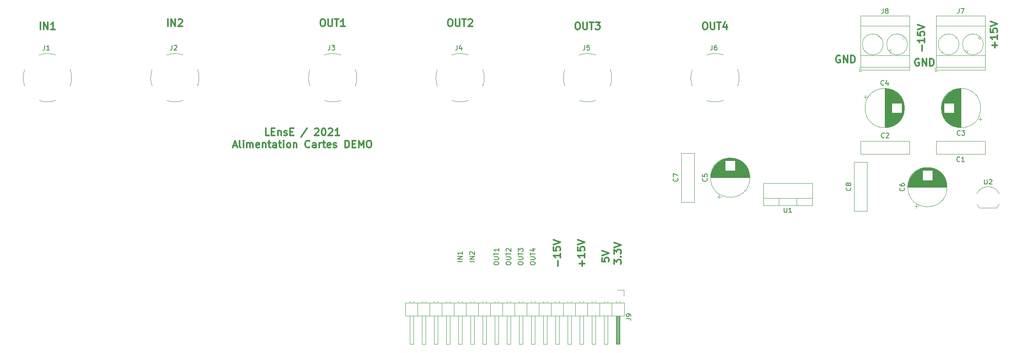
<source format=gbr>
%TF.GenerationSoftware,KiCad,Pcbnew,(5.0.1)-4*%
%TF.CreationDate,2021-03-16T16:24:39+01:00*%
%TF.ProjectId,carte_alim_signauxv2,63617274655F616C696D5F7369676E61,rev?*%
%TF.SameCoordinates,Original*%
%TF.FileFunction,Legend,Top*%
%TF.FilePolarity,Positive*%
%FSLAX46Y46*%
G04 Gerber Fmt 4.6, Leading zero omitted, Abs format (unit mm)*
G04 Created by KiCad (PCBNEW (5.0.1)-4) date 16/03/2021 16:24:39*
%MOMM*%
%LPD*%
G01*
G04 APERTURE LIST*
%ADD10C,0.300000*%
%ADD11C,0.200000*%
%ADD12C,0.120000*%
%ADD13C,0.150000*%
G04 APERTURE END LIST*
D10*
X250952142Y-56400000D02*
X250809285Y-56328571D01*
X250595000Y-56328571D01*
X250380714Y-56400000D01*
X250237857Y-56542857D01*
X250166428Y-56685714D01*
X250095000Y-56971428D01*
X250095000Y-57185714D01*
X250166428Y-57471428D01*
X250237857Y-57614285D01*
X250380714Y-57757142D01*
X250595000Y-57828571D01*
X250737857Y-57828571D01*
X250952142Y-57757142D01*
X251023571Y-57685714D01*
X251023571Y-57185714D01*
X250737857Y-57185714D01*
X251666428Y-57828571D02*
X251666428Y-56328571D01*
X252523571Y-57828571D01*
X252523571Y-56328571D01*
X253237857Y-57828571D02*
X253237857Y-56328571D01*
X253595000Y-56328571D01*
X253809285Y-56400000D01*
X253952142Y-56542857D01*
X254023571Y-56685714D01*
X254095000Y-56971428D01*
X254095000Y-57185714D01*
X254023571Y-57471428D01*
X253952142Y-57614285D01*
X253809285Y-57757142D01*
X253595000Y-57828571D01*
X253237857Y-57828571D01*
X234442142Y-55765000D02*
X234299285Y-55693571D01*
X234085000Y-55693571D01*
X233870714Y-55765000D01*
X233727857Y-55907857D01*
X233656428Y-56050714D01*
X233585000Y-56336428D01*
X233585000Y-56550714D01*
X233656428Y-56836428D01*
X233727857Y-56979285D01*
X233870714Y-57122142D01*
X234085000Y-57193571D01*
X234227857Y-57193571D01*
X234442142Y-57122142D01*
X234513571Y-57050714D01*
X234513571Y-56550714D01*
X234227857Y-56550714D01*
X235156428Y-57193571D02*
X235156428Y-55693571D01*
X236013571Y-57193571D01*
X236013571Y-55693571D01*
X236727857Y-57193571D02*
X236727857Y-55693571D01*
X237085000Y-55693571D01*
X237299285Y-55765000D01*
X237442142Y-55907857D01*
X237513571Y-56050714D01*
X237585000Y-56336428D01*
X237585000Y-56550714D01*
X237513571Y-56836428D01*
X237442142Y-56979285D01*
X237299285Y-57122142D01*
X237085000Y-57193571D01*
X236727857Y-57193571D01*
X266807142Y-54077857D02*
X266807142Y-52935000D01*
X267378571Y-53506428D02*
X266235714Y-53506428D01*
X267378571Y-51435000D02*
X267378571Y-52292142D01*
X267378571Y-51863571D02*
X265878571Y-51863571D01*
X266092857Y-52006428D01*
X266235714Y-52149285D01*
X266307142Y-52292142D01*
X265878571Y-50077857D02*
X265878571Y-50792142D01*
X266592857Y-50863571D01*
X266521428Y-50792142D01*
X266450000Y-50649285D01*
X266450000Y-50292142D01*
X266521428Y-50149285D01*
X266592857Y-50077857D01*
X266735714Y-50006428D01*
X267092857Y-50006428D01*
X267235714Y-50077857D01*
X267307142Y-50149285D01*
X267378571Y-50292142D01*
X267378571Y-50649285D01*
X267307142Y-50792142D01*
X267235714Y-50863571D01*
X265878571Y-49577857D02*
X267378571Y-49077857D01*
X265878571Y-48577857D01*
X251567142Y-54712857D02*
X251567142Y-53570000D01*
X252138571Y-52070000D02*
X252138571Y-52927142D01*
X252138571Y-52498571D02*
X250638571Y-52498571D01*
X250852857Y-52641428D01*
X250995714Y-52784285D01*
X251067142Y-52927142D01*
X250638571Y-50712857D02*
X250638571Y-51427142D01*
X251352857Y-51498571D01*
X251281428Y-51427142D01*
X251210000Y-51284285D01*
X251210000Y-50927142D01*
X251281428Y-50784285D01*
X251352857Y-50712857D01*
X251495714Y-50641428D01*
X251852857Y-50641428D01*
X251995714Y-50712857D01*
X252067142Y-50784285D01*
X252138571Y-50927142D01*
X252138571Y-51284285D01*
X252067142Y-51427142D01*
X251995714Y-51498571D01*
X250638571Y-50212857D02*
X252138571Y-49712857D01*
X250638571Y-49212857D01*
X206065714Y-48708571D02*
X206351428Y-48708571D01*
X206494285Y-48780000D01*
X206637142Y-48922857D01*
X206708571Y-49208571D01*
X206708571Y-49708571D01*
X206637142Y-49994285D01*
X206494285Y-50137142D01*
X206351428Y-50208571D01*
X206065714Y-50208571D01*
X205922857Y-50137142D01*
X205780000Y-49994285D01*
X205708571Y-49708571D01*
X205708571Y-49208571D01*
X205780000Y-48922857D01*
X205922857Y-48780000D01*
X206065714Y-48708571D01*
X207351428Y-48708571D02*
X207351428Y-49922857D01*
X207422857Y-50065714D01*
X207494285Y-50137142D01*
X207637142Y-50208571D01*
X207922857Y-50208571D01*
X208065714Y-50137142D01*
X208137142Y-50065714D01*
X208208571Y-49922857D01*
X208208571Y-48708571D01*
X208708571Y-48708571D02*
X209565714Y-48708571D01*
X209137142Y-50208571D02*
X209137142Y-48708571D01*
X210708571Y-49208571D02*
X210708571Y-50208571D01*
X210351428Y-48637142D02*
X209994285Y-49708571D01*
X210922857Y-49708571D01*
X179395714Y-48708571D02*
X179681428Y-48708571D01*
X179824285Y-48780000D01*
X179967142Y-48922857D01*
X180038571Y-49208571D01*
X180038571Y-49708571D01*
X179967142Y-49994285D01*
X179824285Y-50137142D01*
X179681428Y-50208571D01*
X179395714Y-50208571D01*
X179252857Y-50137142D01*
X179110000Y-49994285D01*
X179038571Y-49708571D01*
X179038571Y-49208571D01*
X179110000Y-48922857D01*
X179252857Y-48780000D01*
X179395714Y-48708571D01*
X180681428Y-48708571D02*
X180681428Y-49922857D01*
X180752857Y-50065714D01*
X180824285Y-50137142D01*
X180967142Y-50208571D01*
X181252857Y-50208571D01*
X181395714Y-50137142D01*
X181467142Y-50065714D01*
X181538571Y-49922857D01*
X181538571Y-48708571D01*
X182038571Y-48708571D02*
X182895714Y-48708571D01*
X182467142Y-50208571D02*
X182467142Y-48708571D01*
X183252857Y-48708571D02*
X184181428Y-48708571D01*
X183681428Y-49280000D01*
X183895714Y-49280000D01*
X184038571Y-49351428D01*
X184110000Y-49422857D01*
X184181428Y-49565714D01*
X184181428Y-49922857D01*
X184110000Y-50065714D01*
X184038571Y-50137142D01*
X183895714Y-50208571D01*
X183467142Y-50208571D01*
X183324285Y-50137142D01*
X183252857Y-50065714D01*
X152725714Y-48073571D02*
X153011428Y-48073571D01*
X153154285Y-48145000D01*
X153297142Y-48287857D01*
X153368571Y-48573571D01*
X153368571Y-49073571D01*
X153297142Y-49359285D01*
X153154285Y-49502142D01*
X153011428Y-49573571D01*
X152725714Y-49573571D01*
X152582857Y-49502142D01*
X152440000Y-49359285D01*
X152368571Y-49073571D01*
X152368571Y-48573571D01*
X152440000Y-48287857D01*
X152582857Y-48145000D01*
X152725714Y-48073571D01*
X154011428Y-48073571D02*
X154011428Y-49287857D01*
X154082857Y-49430714D01*
X154154285Y-49502142D01*
X154297142Y-49573571D01*
X154582857Y-49573571D01*
X154725714Y-49502142D01*
X154797142Y-49430714D01*
X154868571Y-49287857D01*
X154868571Y-48073571D01*
X155368571Y-48073571D02*
X156225714Y-48073571D01*
X155797142Y-49573571D02*
X155797142Y-48073571D01*
X156654285Y-48216428D02*
X156725714Y-48145000D01*
X156868571Y-48073571D01*
X157225714Y-48073571D01*
X157368571Y-48145000D01*
X157440000Y-48216428D01*
X157511428Y-48359285D01*
X157511428Y-48502142D01*
X157440000Y-48716428D01*
X156582857Y-49573571D01*
X157511428Y-49573571D01*
X126055714Y-48073571D02*
X126341428Y-48073571D01*
X126484285Y-48145000D01*
X126627142Y-48287857D01*
X126698571Y-48573571D01*
X126698571Y-49073571D01*
X126627142Y-49359285D01*
X126484285Y-49502142D01*
X126341428Y-49573571D01*
X126055714Y-49573571D01*
X125912857Y-49502142D01*
X125770000Y-49359285D01*
X125698571Y-49073571D01*
X125698571Y-48573571D01*
X125770000Y-48287857D01*
X125912857Y-48145000D01*
X126055714Y-48073571D01*
X127341428Y-48073571D02*
X127341428Y-49287857D01*
X127412857Y-49430714D01*
X127484285Y-49502142D01*
X127627142Y-49573571D01*
X127912857Y-49573571D01*
X128055714Y-49502142D01*
X128127142Y-49430714D01*
X128198571Y-49287857D01*
X128198571Y-48073571D01*
X128698571Y-48073571D02*
X129555714Y-48073571D01*
X129127142Y-49573571D02*
X129127142Y-48073571D01*
X130841428Y-49573571D02*
X129984285Y-49573571D01*
X130412857Y-49573571D02*
X130412857Y-48073571D01*
X130270000Y-48287857D01*
X130127142Y-48430714D01*
X129984285Y-48502142D01*
X93750000Y-49573571D02*
X93750000Y-48073571D01*
X94464285Y-49573571D02*
X94464285Y-48073571D01*
X95321428Y-49573571D01*
X95321428Y-48073571D01*
X95964285Y-48216428D02*
X96035714Y-48145000D01*
X96178571Y-48073571D01*
X96535714Y-48073571D01*
X96678571Y-48145000D01*
X96750000Y-48216428D01*
X96821428Y-48359285D01*
X96821428Y-48502142D01*
X96750000Y-48716428D01*
X95892857Y-49573571D01*
X96821428Y-49573571D01*
X67080000Y-50208571D02*
X67080000Y-48708571D01*
X67794285Y-50208571D02*
X67794285Y-48708571D01*
X68651428Y-50208571D01*
X68651428Y-48708571D01*
X70151428Y-50208571D02*
X69294285Y-50208571D01*
X69722857Y-50208571D02*
X69722857Y-48708571D01*
X69580000Y-48922857D01*
X69437142Y-49065714D01*
X69294285Y-49137142D01*
X114955714Y-72428571D02*
X114241428Y-72428571D01*
X114241428Y-70928571D01*
X115455714Y-71642857D02*
X115955714Y-71642857D01*
X116170000Y-72428571D02*
X115455714Y-72428571D01*
X115455714Y-70928571D01*
X116170000Y-70928571D01*
X116812857Y-71428571D02*
X116812857Y-72428571D01*
X116812857Y-71571428D02*
X116884285Y-71500000D01*
X117027142Y-71428571D01*
X117241428Y-71428571D01*
X117384285Y-71500000D01*
X117455714Y-71642857D01*
X117455714Y-72428571D01*
X118098571Y-72357142D02*
X118241428Y-72428571D01*
X118527142Y-72428571D01*
X118670000Y-72357142D01*
X118741428Y-72214285D01*
X118741428Y-72142857D01*
X118670000Y-72000000D01*
X118527142Y-71928571D01*
X118312857Y-71928571D01*
X118170000Y-71857142D01*
X118098571Y-71714285D01*
X118098571Y-71642857D01*
X118170000Y-71500000D01*
X118312857Y-71428571D01*
X118527142Y-71428571D01*
X118670000Y-71500000D01*
X119384285Y-71642857D02*
X119884285Y-71642857D01*
X120098571Y-72428571D02*
X119384285Y-72428571D01*
X119384285Y-70928571D01*
X120098571Y-70928571D01*
X122955714Y-70857142D02*
X121670000Y-72785714D01*
X124527142Y-71071428D02*
X124598571Y-71000000D01*
X124741428Y-70928571D01*
X125098571Y-70928571D01*
X125241428Y-71000000D01*
X125312857Y-71071428D01*
X125384285Y-71214285D01*
X125384285Y-71357142D01*
X125312857Y-71571428D01*
X124455714Y-72428571D01*
X125384285Y-72428571D01*
X126312857Y-70928571D02*
X126455714Y-70928571D01*
X126598571Y-71000000D01*
X126670000Y-71071428D01*
X126741428Y-71214285D01*
X126812857Y-71500000D01*
X126812857Y-71857142D01*
X126741428Y-72142857D01*
X126670000Y-72285714D01*
X126598571Y-72357142D01*
X126455714Y-72428571D01*
X126312857Y-72428571D01*
X126170000Y-72357142D01*
X126098571Y-72285714D01*
X126027142Y-72142857D01*
X125955714Y-71857142D01*
X125955714Y-71500000D01*
X126027142Y-71214285D01*
X126098571Y-71071428D01*
X126170000Y-71000000D01*
X126312857Y-70928571D01*
X127384285Y-71071428D02*
X127455714Y-71000000D01*
X127598571Y-70928571D01*
X127955714Y-70928571D01*
X128098571Y-71000000D01*
X128170000Y-71071428D01*
X128241428Y-71214285D01*
X128241428Y-71357142D01*
X128170000Y-71571428D01*
X127312857Y-72428571D01*
X128241428Y-72428571D01*
X129670000Y-72428571D02*
X128812857Y-72428571D01*
X129241428Y-72428571D02*
X129241428Y-70928571D01*
X129098571Y-71142857D01*
X128955714Y-71285714D01*
X128812857Y-71357142D01*
X107455714Y-74550000D02*
X108170000Y-74550000D01*
X107312857Y-74978571D02*
X107812857Y-73478571D01*
X108312857Y-74978571D01*
X109027142Y-74978571D02*
X108884285Y-74907142D01*
X108812857Y-74764285D01*
X108812857Y-73478571D01*
X109598571Y-74978571D02*
X109598571Y-73978571D01*
X109598571Y-73478571D02*
X109527142Y-73550000D01*
X109598571Y-73621428D01*
X109670000Y-73550000D01*
X109598571Y-73478571D01*
X109598571Y-73621428D01*
X110312857Y-74978571D02*
X110312857Y-73978571D01*
X110312857Y-74121428D02*
X110384285Y-74050000D01*
X110527142Y-73978571D01*
X110741428Y-73978571D01*
X110884285Y-74050000D01*
X110955714Y-74192857D01*
X110955714Y-74978571D01*
X110955714Y-74192857D02*
X111027142Y-74050000D01*
X111170000Y-73978571D01*
X111384285Y-73978571D01*
X111527142Y-74050000D01*
X111598571Y-74192857D01*
X111598571Y-74978571D01*
X112884285Y-74907142D02*
X112741428Y-74978571D01*
X112455714Y-74978571D01*
X112312857Y-74907142D01*
X112241428Y-74764285D01*
X112241428Y-74192857D01*
X112312857Y-74050000D01*
X112455714Y-73978571D01*
X112741428Y-73978571D01*
X112884285Y-74050000D01*
X112955714Y-74192857D01*
X112955714Y-74335714D01*
X112241428Y-74478571D01*
X113598571Y-73978571D02*
X113598571Y-74978571D01*
X113598571Y-74121428D02*
X113670000Y-74050000D01*
X113812857Y-73978571D01*
X114027142Y-73978571D01*
X114170000Y-74050000D01*
X114241428Y-74192857D01*
X114241428Y-74978571D01*
X114741428Y-73978571D02*
X115312857Y-73978571D01*
X114955714Y-73478571D02*
X114955714Y-74764285D01*
X115027142Y-74907142D01*
X115170000Y-74978571D01*
X115312857Y-74978571D01*
X116455714Y-74978571D02*
X116455714Y-74192857D01*
X116384285Y-74050000D01*
X116241428Y-73978571D01*
X115955714Y-73978571D01*
X115812857Y-74050000D01*
X116455714Y-74907142D02*
X116312857Y-74978571D01*
X115955714Y-74978571D01*
X115812857Y-74907142D01*
X115741428Y-74764285D01*
X115741428Y-74621428D01*
X115812857Y-74478571D01*
X115955714Y-74407142D01*
X116312857Y-74407142D01*
X116455714Y-74335714D01*
X116955714Y-73978571D02*
X117527142Y-73978571D01*
X117170000Y-73478571D02*
X117170000Y-74764285D01*
X117241428Y-74907142D01*
X117384285Y-74978571D01*
X117527142Y-74978571D01*
X118027142Y-74978571D02*
X118027142Y-73978571D01*
X118027142Y-73478571D02*
X117955714Y-73550000D01*
X118027142Y-73621428D01*
X118098571Y-73550000D01*
X118027142Y-73478571D01*
X118027142Y-73621428D01*
X118955714Y-74978571D02*
X118812857Y-74907142D01*
X118741428Y-74835714D01*
X118670000Y-74692857D01*
X118670000Y-74264285D01*
X118741428Y-74121428D01*
X118812857Y-74050000D01*
X118955714Y-73978571D01*
X119170000Y-73978571D01*
X119312857Y-74050000D01*
X119384285Y-74121428D01*
X119455714Y-74264285D01*
X119455714Y-74692857D01*
X119384285Y-74835714D01*
X119312857Y-74907142D01*
X119170000Y-74978571D01*
X118955714Y-74978571D01*
X120098571Y-73978571D02*
X120098571Y-74978571D01*
X120098571Y-74121428D02*
X120170000Y-74050000D01*
X120312857Y-73978571D01*
X120527142Y-73978571D01*
X120670000Y-74050000D01*
X120741428Y-74192857D01*
X120741428Y-74978571D01*
X123455714Y-74835714D02*
X123384285Y-74907142D01*
X123170000Y-74978571D01*
X123027142Y-74978571D01*
X122812857Y-74907142D01*
X122670000Y-74764285D01*
X122598571Y-74621428D01*
X122527142Y-74335714D01*
X122527142Y-74121428D01*
X122598571Y-73835714D01*
X122670000Y-73692857D01*
X122812857Y-73550000D01*
X123027142Y-73478571D01*
X123170000Y-73478571D01*
X123384285Y-73550000D01*
X123455714Y-73621428D01*
X124741428Y-74978571D02*
X124741428Y-74192857D01*
X124670000Y-74050000D01*
X124527142Y-73978571D01*
X124241428Y-73978571D01*
X124098571Y-74050000D01*
X124741428Y-74907142D02*
X124598571Y-74978571D01*
X124241428Y-74978571D01*
X124098571Y-74907142D01*
X124027142Y-74764285D01*
X124027142Y-74621428D01*
X124098571Y-74478571D01*
X124241428Y-74407142D01*
X124598571Y-74407142D01*
X124741428Y-74335714D01*
X125455714Y-74978571D02*
X125455714Y-73978571D01*
X125455714Y-74264285D02*
X125527142Y-74121428D01*
X125598571Y-74050000D01*
X125741428Y-73978571D01*
X125884285Y-73978571D01*
X126170000Y-73978571D02*
X126741428Y-73978571D01*
X126384285Y-73478571D02*
X126384285Y-74764285D01*
X126455714Y-74907142D01*
X126598571Y-74978571D01*
X126741428Y-74978571D01*
X127812857Y-74907142D02*
X127670000Y-74978571D01*
X127384285Y-74978571D01*
X127241428Y-74907142D01*
X127170000Y-74764285D01*
X127170000Y-74192857D01*
X127241428Y-74050000D01*
X127384285Y-73978571D01*
X127670000Y-73978571D01*
X127812857Y-74050000D01*
X127884285Y-74192857D01*
X127884285Y-74335714D01*
X127170000Y-74478571D01*
X128455714Y-74907142D02*
X128598571Y-74978571D01*
X128884285Y-74978571D01*
X129027142Y-74907142D01*
X129098571Y-74764285D01*
X129098571Y-74692857D01*
X129027142Y-74550000D01*
X128884285Y-74478571D01*
X128670000Y-74478571D01*
X128527142Y-74407142D01*
X128455714Y-74264285D01*
X128455714Y-74192857D01*
X128527142Y-74050000D01*
X128670000Y-73978571D01*
X128884285Y-73978571D01*
X129027142Y-74050000D01*
X130884285Y-74978571D02*
X130884285Y-73478571D01*
X131241428Y-73478571D01*
X131455714Y-73550000D01*
X131598571Y-73692857D01*
X131670000Y-73835714D01*
X131741428Y-74121428D01*
X131741428Y-74335714D01*
X131670000Y-74621428D01*
X131598571Y-74764285D01*
X131455714Y-74907142D01*
X131241428Y-74978571D01*
X130884285Y-74978571D01*
X132384285Y-74192857D02*
X132884285Y-74192857D01*
X133098571Y-74978571D02*
X132384285Y-74978571D01*
X132384285Y-73478571D01*
X133098571Y-73478571D01*
X133741428Y-74978571D02*
X133741428Y-73478571D01*
X134241428Y-74550000D01*
X134741428Y-73478571D01*
X134741428Y-74978571D01*
X135741428Y-73478571D02*
X136027142Y-73478571D01*
X136170000Y-73550000D01*
X136312857Y-73692857D01*
X136384285Y-73978571D01*
X136384285Y-74478571D01*
X136312857Y-74764285D01*
X136170000Y-74907142D01*
X136027142Y-74978571D01*
X135741428Y-74978571D01*
X135598571Y-74907142D01*
X135455714Y-74764285D01*
X135384285Y-74478571D01*
X135384285Y-73978571D01*
X135455714Y-73692857D01*
X135598571Y-73550000D01*
X135741428Y-73478571D01*
D11*
X155392380Y-98790000D02*
X154392380Y-98790000D01*
X155392380Y-98313809D02*
X154392380Y-98313809D01*
X155392380Y-97742380D01*
X154392380Y-97742380D01*
X155392380Y-96742380D02*
X155392380Y-97313809D01*
X155392380Y-97028095D02*
X154392380Y-97028095D01*
X154535238Y-97123333D01*
X154630476Y-97218571D01*
X154678095Y-97313809D01*
X157932380Y-98790000D02*
X156932380Y-98790000D01*
X157932380Y-98313809D02*
X156932380Y-98313809D01*
X157932380Y-97742380D01*
X156932380Y-97742380D01*
X157027619Y-97313809D02*
X156980000Y-97266190D01*
X156932380Y-97170952D01*
X156932380Y-96932857D01*
X156980000Y-96837619D01*
X157027619Y-96790000D01*
X157122857Y-96742380D01*
X157218095Y-96742380D01*
X157360952Y-96790000D01*
X157932380Y-97361428D01*
X157932380Y-96742380D01*
X162012380Y-99266190D02*
X162012380Y-99075714D01*
X162060000Y-98980476D01*
X162155238Y-98885238D01*
X162345714Y-98837619D01*
X162679047Y-98837619D01*
X162869523Y-98885238D01*
X162964761Y-98980476D01*
X163012380Y-99075714D01*
X163012380Y-99266190D01*
X162964761Y-99361428D01*
X162869523Y-99456666D01*
X162679047Y-99504285D01*
X162345714Y-99504285D01*
X162155238Y-99456666D01*
X162060000Y-99361428D01*
X162012380Y-99266190D01*
X162012380Y-98409047D02*
X162821904Y-98409047D01*
X162917142Y-98361428D01*
X162964761Y-98313809D01*
X163012380Y-98218571D01*
X163012380Y-98028095D01*
X162964761Y-97932857D01*
X162917142Y-97885238D01*
X162821904Y-97837619D01*
X162012380Y-97837619D01*
X162012380Y-97504285D02*
X162012380Y-96932857D01*
X163012380Y-97218571D02*
X162012380Y-97218571D01*
X163012380Y-96075714D02*
X163012380Y-96647142D01*
X163012380Y-96361428D02*
X162012380Y-96361428D01*
X162155238Y-96456666D01*
X162250476Y-96551904D01*
X162298095Y-96647142D01*
X164552380Y-99266190D02*
X164552380Y-99075714D01*
X164600000Y-98980476D01*
X164695238Y-98885238D01*
X164885714Y-98837619D01*
X165219047Y-98837619D01*
X165409523Y-98885238D01*
X165504761Y-98980476D01*
X165552380Y-99075714D01*
X165552380Y-99266190D01*
X165504761Y-99361428D01*
X165409523Y-99456666D01*
X165219047Y-99504285D01*
X164885714Y-99504285D01*
X164695238Y-99456666D01*
X164600000Y-99361428D01*
X164552380Y-99266190D01*
X164552380Y-98409047D02*
X165361904Y-98409047D01*
X165457142Y-98361428D01*
X165504761Y-98313809D01*
X165552380Y-98218571D01*
X165552380Y-98028095D01*
X165504761Y-97932857D01*
X165457142Y-97885238D01*
X165361904Y-97837619D01*
X164552380Y-97837619D01*
X164552380Y-97504285D02*
X164552380Y-96932857D01*
X165552380Y-97218571D02*
X164552380Y-97218571D01*
X164647619Y-96647142D02*
X164600000Y-96599523D01*
X164552380Y-96504285D01*
X164552380Y-96266190D01*
X164600000Y-96170952D01*
X164647619Y-96123333D01*
X164742857Y-96075714D01*
X164838095Y-96075714D01*
X164980952Y-96123333D01*
X165552380Y-96694761D01*
X165552380Y-96075714D01*
X167092380Y-99266190D02*
X167092380Y-99075714D01*
X167140000Y-98980476D01*
X167235238Y-98885238D01*
X167425714Y-98837619D01*
X167759047Y-98837619D01*
X167949523Y-98885238D01*
X168044761Y-98980476D01*
X168092380Y-99075714D01*
X168092380Y-99266190D01*
X168044761Y-99361428D01*
X167949523Y-99456666D01*
X167759047Y-99504285D01*
X167425714Y-99504285D01*
X167235238Y-99456666D01*
X167140000Y-99361428D01*
X167092380Y-99266190D01*
X167092380Y-98409047D02*
X167901904Y-98409047D01*
X167997142Y-98361428D01*
X168044761Y-98313809D01*
X168092380Y-98218571D01*
X168092380Y-98028095D01*
X168044761Y-97932857D01*
X167997142Y-97885238D01*
X167901904Y-97837619D01*
X167092380Y-97837619D01*
X167092380Y-97504285D02*
X167092380Y-96932857D01*
X168092380Y-97218571D02*
X167092380Y-97218571D01*
X167092380Y-96694761D02*
X167092380Y-96075714D01*
X167473333Y-96409047D01*
X167473333Y-96266190D01*
X167520952Y-96170952D01*
X167568571Y-96123333D01*
X167663809Y-96075714D01*
X167901904Y-96075714D01*
X167997142Y-96123333D01*
X168044761Y-96170952D01*
X168092380Y-96266190D01*
X168092380Y-96551904D01*
X168044761Y-96647142D01*
X167997142Y-96694761D01*
X169632380Y-99266190D02*
X169632380Y-99075714D01*
X169680000Y-98980476D01*
X169775238Y-98885238D01*
X169965714Y-98837619D01*
X170299047Y-98837619D01*
X170489523Y-98885238D01*
X170584761Y-98980476D01*
X170632380Y-99075714D01*
X170632380Y-99266190D01*
X170584761Y-99361428D01*
X170489523Y-99456666D01*
X170299047Y-99504285D01*
X169965714Y-99504285D01*
X169775238Y-99456666D01*
X169680000Y-99361428D01*
X169632380Y-99266190D01*
X169632380Y-98409047D02*
X170441904Y-98409047D01*
X170537142Y-98361428D01*
X170584761Y-98313809D01*
X170632380Y-98218571D01*
X170632380Y-98028095D01*
X170584761Y-97932857D01*
X170537142Y-97885238D01*
X170441904Y-97837619D01*
X169632380Y-97837619D01*
X169632380Y-97504285D02*
X169632380Y-96932857D01*
X170632380Y-97218571D02*
X169632380Y-97218571D01*
X169965714Y-96170952D02*
X170632380Y-96170952D01*
X169584761Y-96409047D02*
X170299047Y-96647142D01*
X170299047Y-96028095D01*
D10*
X187138571Y-99369285D02*
X187138571Y-98440714D01*
X187710000Y-98940714D01*
X187710000Y-98726428D01*
X187781428Y-98583571D01*
X187852857Y-98512142D01*
X187995714Y-98440714D01*
X188352857Y-98440714D01*
X188495714Y-98512142D01*
X188567142Y-98583571D01*
X188638571Y-98726428D01*
X188638571Y-99155000D01*
X188567142Y-99297857D01*
X188495714Y-99369285D01*
X188495714Y-97797857D02*
X188567142Y-97726428D01*
X188638571Y-97797857D01*
X188567142Y-97869285D01*
X188495714Y-97797857D01*
X188638571Y-97797857D01*
X187138571Y-97226428D02*
X187138571Y-96297857D01*
X187710000Y-96797857D01*
X187710000Y-96583571D01*
X187781428Y-96440714D01*
X187852857Y-96369285D01*
X187995714Y-96297857D01*
X188352857Y-96297857D01*
X188495714Y-96369285D01*
X188567142Y-96440714D01*
X188638571Y-96583571D01*
X188638571Y-97012142D01*
X188567142Y-97155000D01*
X188495714Y-97226428D01*
X187138571Y-95869285D02*
X188638571Y-95369285D01*
X187138571Y-94869285D01*
X184598571Y-98075714D02*
X184598571Y-98790000D01*
X185312857Y-98861428D01*
X185241428Y-98790000D01*
X185170000Y-98647142D01*
X185170000Y-98290000D01*
X185241428Y-98147142D01*
X185312857Y-98075714D01*
X185455714Y-98004285D01*
X185812857Y-98004285D01*
X185955714Y-98075714D01*
X186027142Y-98147142D01*
X186098571Y-98290000D01*
X186098571Y-98647142D01*
X186027142Y-98790000D01*
X185955714Y-98861428D01*
X184598571Y-97575714D02*
X186098571Y-97075714D01*
X184598571Y-96575714D01*
X180447142Y-99797857D02*
X180447142Y-98655000D01*
X181018571Y-99226428D02*
X179875714Y-99226428D01*
X181018571Y-97155000D02*
X181018571Y-98012142D01*
X181018571Y-97583571D02*
X179518571Y-97583571D01*
X179732857Y-97726428D01*
X179875714Y-97869285D01*
X179947142Y-98012142D01*
X179518571Y-95797857D02*
X179518571Y-96512142D01*
X180232857Y-96583571D01*
X180161428Y-96512142D01*
X180090000Y-96369285D01*
X180090000Y-96012142D01*
X180161428Y-95869285D01*
X180232857Y-95797857D01*
X180375714Y-95726428D01*
X180732857Y-95726428D01*
X180875714Y-95797857D01*
X180947142Y-95869285D01*
X181018571Y-96012142D01*
X181018571Y-96369285D01*
X180947142Y-96512142D01*
X180875714Y-96583571D01*
X179518571Y-95297857D02*
X181018571Y-94797857D01*
X179518571Y-94297857D01*
X175367142Y-99797857D02*
X175367142Y-98655000D01*
X175938571Y-97155000D02*
X175938571Y-98012142D01*
X175938571Y-97583571D02*
X174438571Y-97583571D01*
X174652857Y-97726428D01*
X174795714Y-97869285D01*
X174867142Y-98012142D01*
X174438571Y-95797857D02*
X174438571Y-96512142D01*
X175152857Y-96583571D01*
X175081428Y-96512142D01*
X175010000Y-96369285D01*
X175010000Y-96012142D01*
X175081428Y-95869285D01*
X175152857Y-95797857D01*
X175295714Y-95726428D01*
X175652857Y-95726428D01*
X175795714Y-95797857D01*
X175867142Y-95869285D01*
X175938571Y-96012142D01*
X175938571Y-96369285D01*
X175867142Y-96512142D01*
X175795714Y-96583571D01*
X174438571Y-95297857D02*
X175938571Y-94797857D01*
X174438571Y-94297857D01*
D12*
%TO.C,J9*%
X189230000Y-104775000D02*
X189230000Y-106045000D01*
X187960000Y-104775000D02*
X189230000Y-104775000D01*
X144400000Y-107087929D02*
X144400000Y-107485000D01*
X145160000Y-107087929D02*
X145160000Y-107485000D01*
X144400000Y-116145000D02*
X144400000Y-110145000D01*
X145160000Y-116145000D02*
X144400000Y-116145000D01*
X145160000Y-110145000D02*
X145160000Y-116145000D01*
X146050000Y-107485000D02*
X146050000Y-110145000D01*
X146940000Y-107087929D02*
X146940000Y-107485000D01*
X147700000Y-107087929D02*
X147700000Y-107485000D01*
X146940000Y-116145000D02*
X146940000Y-110145000D01*
X147700000Y-116145000D02*
X146940000Y-116145000D01*
X147700000Y-110145000D02*
X147700000Y-116145000D01*
X148590000Y-107485000D02*
X148590000Y-110145000D01*
X149480000Y-107087929D02*
X149480000Y-107485000D01*
X150240000Y-107087929D02*
X150240000Y-107485000D01*
X149480000Y-116145000D02*
X149480000Y-110145000D01*
X150240000Y-116145000D02*
X149480000Y-116145000D01*
X150240000Y-110145000D02*
X150240000Y-116145000D01*
X151130000Y-107485000D02*
X151130000Y-110145000D01*
X152020000Y-107087929D02*
X152020000Y-107485000D01*
X152780000Y-107087929D02*
X152780000Y-107485000D01*
X152020000Y-116145000D02*
X152020000Y-110145000D01*
X152780000Y-116145000D02*
X152020000Y-116145000D01*
X152780000Y-110145000D02*
X152780000Y-116145000D01*
X153670000Y-107485000D02*
X153670000Y-110145000D01*
X154560000Y-107087929D02*
X154560000Y-107485000D01*
X155320000Y-107087929D02*
X155320000Y-107485000D01*
X154560000Y-116145000D02*
X154560000Y-110145000D01*
X155320000Y-116145000D02*
X154560000Y-116145000D01*
X155320000Y-110145000D02*
X155320000Y-116145000D01*
X156210000Y-107485000D02*
X156210000Y-110145000D01*
X157100000Y-107087929D02*
X157100000Y-107485000D01*
X157860000Y-107087929D02*
X157860000Y-107485000D01*
X157100000Y-116145000D02*
X157100000Y-110145000D01*
X157860000Y-116145000D02*
X157100000Y-116145000D01*
X157860000Y-110145000D02*
X157860000Y-116145000D01*
X158750000Y-107485000D02*
X158750000Y-110145000D01*
X159640000Y-107087929D02*
X159640000Y-107485000D01*
X160400000Y-107087929D02*
X160400000Y-107485000D01*
X159640000Y-116145000D02*
X159640000Y-110145000D01*
X160400000Y-116145000D02*
X159640000Y-116145000D01*
X160400000Y-110145000D02*
X160400000Y-116145000D01*
X161290000Y-107485000D02*
X161290000Y-110145000D01*
X162180000Y-107087929D02*
X162180000Y-107485000D01*
X162940000Y-107087929D02*
X162940000Y-107485000D01*
X162180000Y-116145000D02*
X162180000Y-110145000D01*
X162940000Y-116145000D02*
X162180000Y-116145000D01*
X162940000Y-110145000D02*
X162940000Y-116145000D01*
X163830000Y-107485000D02*
X163830000Y-110145000D01*
X164720000Y-107087929D02*
X164720000Y-107485000D01*
X165480000Y-107087929D02*
X165480000Y-107485000D01*
X164720000Y-116145000D02*
X164720000Y-110145000D01*
X165480000Y-116145000D02*
X164720000Y-116145000D01*
X165480000Y-110145000D02*
X165480000Y-116145000D01*
X166370000Y-107485000D02*
X166370000Y-110145000D01*
X167260000Y-107087929D02*
X167260000Y-107485000D01*
X168020000Y-107087929D02*
X168020000Y-107485000D01*
X167260000Y-116145000D02*
X167260000Y-110145000D01*
X168020000Y-116145000D02*
X167260000Y-116145000D01*
X168020000Y-110145000D02*
X168020000Y-116145000D01*
X168910000Y-107485000D02*
X168910000Y-110145000D01*
X169800000Y-107087929D02*
X169800000Y-107485000D01*
X170560000Y-107087929D02*
X170560000Y-107485000D01*
X169800000Y-116145000D02*
X169800000Y-110145000D01*
X170560000Y-116145000D02*
X169800000Y-116145000D01*
X170560000Y-110145000D02*
X170560000Y-116145000D01*
X171450000Y-107485000D02*
X171450000Y-110145000D01*
X172340000Y-107087929D02*
X172340000Y-107485000D01*
X173100000Y-107087929D02*
X173100000Y-107485000D01*
X172340000Y-116145000D02*
X172340000Y-110145000D01*
X173100000Y-116145000D02*
X172340000Y-116145000D01*
X173100000Y-110145000D02*
X173100000Y-116145000D01*
X173990000Y-107485000D02*
X173990000Y-110145000D01*
X174880000Y-107087929D02*
X174880000Y-107485000D01*
X175640000Y-107087929D02*
X175640000Y-107485000D01*
X174880000Y-116145000D02*
X174880000Y-110145000D01*
X175640000Y-116145000D02*
X174880000Y-116145000D01*
X175640000Y-110145000D02*
X175640000Y-116145000D01*
X176530000Y-107485000D02*
X176530000Y-110145000D01*
X177420000Y-107087929D02*
X177420000Y-107485000D01*
X178180000Y-107087929D02*
X178180000Y-107485000D01*
X177420000Y-116145000D02*
X177420000Y-110145000D01*
X178180000Y-116145000D02*
X177420000Y-116145000D01*
X178180000Y-110145000D02*
X178180000Y-116145000D01*
X179070000Y-107485000D02*
X179070000Y-110145000D01*
X179960000Y-107087929D02*
X179960000Y-107485000D01*
X180720000Y-107087929D02*
X180720000Y-107485000D01*
X179960000Y-116145000D02*
X179960000Y-110145000D01*
X180720000Y-116145000D02*
X179960000Y-116145000D01*
X180720000Y-110145000D02*
X180720000Y-116145000D01*
X181610000Y-107485000D02*
X181610000Y-110145000D01*
X182500000Y-107087929D02*
X182500000Y-107485000D01*
X183260000Y-107087929D02*
X183260000Y-107485000D01*
X182500000Y-116145000D02*
X182500000Y-110145000D01*
X183260000Y-116145000D02*
X182500000Y-116145000D01*
X183260000Y-110145000D02*
X183260000Y-116145000D01*
X184150000Y-107485000D02*
X184150000Y-110145000D01*
X185040000Y-107087929D02*
X185040000Y-107485000D01*
X185800000Y-107087929D02*
X185800000Y-107485000D01*
X185040000Y-116145000D02*
X185040000Y-110145000D01*
X185800000Y-116145000D02*
X185040000Y-116145000D01*
X185800000Y-110145000D02*
X185800000Y-116145000D01*
X186690000Y-107485000D02*
X186690000Y-110145000D01*
X187580000Y-107155000D02*
X187580000Y-107485000D01*
X188340000Y-107155000D02*
X188340000Y-107485000D01*
X187680000Y-110145000D02*
X187680000Y-116145000D01*
X187800000Y-110145000D02*
X187800000Y-116145000D01*
X187920000Y-110145000D02*
X187920000Y-116145000D01*
X188040000Y-110145000D02*
X188040000Y-116145000D01*
X188160000Y-110145000D02*
X188160000Y-116145000D01*
X188280000Y-110145000D02*
X188280000Y-116145000D01*
X187580000Y-116145000D02*
X187580000Y-110145000D01*
X188340000Y-116145000D02*
X187580000Y-116145000D01*
X188340000Y-110145000D02*
X188340000Y-116145000D01*
X189290000Y-110145000D02*
X189290000Y-107485000D01*
X143450000Y-110145000D02*
X189290000Y-110145000D01*
X143450000Y-107485000D02*
X143450000Y-110145000D01*
X189290000Y-107485000D02*
X143450000Y-107485000D01*
%TO.C,C1*%
X264795000Y-76300000D02*
X254555000Y-76300000D01*
X264795000Y-73560000D02*
X254555000Y-73560000D01*
X264795000Y-76300000D02*
X264795000Y-73560000D01*
X254555000Y-76300000D02*
X254555000Y-73560000D01*
%TO.C,C2*%
X249000000Y-73560000D02*
X249000000Y-76300000D01*
X238760000Y-73560000D02*
X238760000Y-76300000D01*
X238760000Y-76300000D02*
X249000000Y-76300000D01*
X238760000Y-73560000D02*
X249000000Y-73560000D01*
%TO.C,C3*%
X263764698Y-69390000D02*
X263764698Y-68590000D01*
X264164698Y-68990000D02*
X263364698Y-68990000D01*
X255674000Y-67208000D02*
X255674000Y-66142000D01*
X255714000Y-67443000D02*
X255714000Y-65907000D01*
X255754000Y-67623000D02*
X255754000Y-65727000D01*
X255794000Y-67773000D02*
X255794000Y-65577000D01*
X255834000Y-67904000D02*
X255834000Y-65446000D01*
X255874000Y-68021000D02*
X255874000Y-65329000D01*
X255914000Y-68128000D02*
X255914000Y-65222000D01*
X255954000Y-68227000D02*
X255954000Y-65123000D01*
X255994000Y-68320000D02*
X255994000Y-65030000D01*
X256034000Y-68406000D02*
X256034000Y-64944000D01*
X256074000Y-68488000D02*
X256074000Y-64862000D01*
X256114000Y-68565000D02*
X256114000Y-64785000D01*
X256154000Y-68639000D02*
X256154000Y-64711000D01*
X256194000Y-68709000D02*
X256194000Y-64641000D01*
X256234000Y-65635000D02*
X256234000Y-64573000D01*
X256234000Y-68777000D02*
X256234000Y-67715000D01*
X256274000Y-65635000D02*
X256274000Y-64509000D01*
X256274000Y-68841000D02*
X256274000Y-67715000D01*
X256314000Y-65635000D02*
X256314000Y-64447000D01*
X256314000Y-68903000D02*
X256314000Y-67715000D01*
X256354000Y-65635000D02*
X256354000Y-64388000D01*
X256354000Y-68962000D02*
X256354000Y-67715000D01*
X256394000Y-65635000D02*
X256394000Y-64330000D01*
X256394000Y-69020000D02*
X256394000Y-67715000D01*
X256434000Y-65635000D02*
X256434000Y-64275000D01*
X256434000Y-69075000D02*
X256434000Y-67715000D01*
X256474000Y-65635000D02*
X256474000Y-64221000D01*
X256474000Y-69129000D02*
X256474000Y-67715000D01*
X256514000Y-65635000D02*
X256514000Y-64170000D01*
X256514000Y-69180000D02*
X256514000Y-67715000D01*
X256554000Y-65635000D02*
X256554000Y-64119000D01*
X256554000Y-69231000D02*
X256554000Y-67715000D01*
X256594000Y-65635000D02*
X256594000Y-64071000D01*
X256594000Y-69279000D02*
X256594000Y-67715000D01*
X256634000Y-65635000D02*
X256634000Y-64024000D01*
X256634000Y-69326000D02*
X256634000Y-67715000D01*
X256674000Y-65635000D02*
X256674000Y-63978000D01*
X256674000Y-69372000D02*
X256674000Y-67715000D01*
X256714000Y-65635000D02*
X256714000Y-63934000D01*
X256714000Y-69416000D02*
X256714000Y-67715000D01*
X256754000Y-65635000D02*
X256754000Y-63891000D01*
X256754000Y-69459000D02*
X256754000Y-67715000D01*
X256794000Y-65635000D02*
X256794000Y-63849000D01*
X256794000Y-69501000D02*
X256794000Y-67715000D01*
X256834000Y-65635000D02*
X256834000Y-63808000D01*
X256834000Y-69542000D02*
X256834000Y-67715000D01*
X256874000Y-65635000D02*
X256874000Y-63768000D01*
X256874000Y-69582000D02*
X256874000Y-67715000D01*
X256914000Y-65635000D02*
X256914000Y-63730000D01*
X256914000Y-69620000D02*
X256914000Y-67715000D01*
X256954000Y-65635000D02*
X256954000Y-63692000D01*
X256954000Y-69658000D02*
X256954000Y-67715000D01*
X256994000Y-65635000D02*
X256994000Y-63656000D01*
X256994000Y-69694000D02*
X256994000Y-67715000D01*
X257034000Y-65635000D02*
X257034000Y-63620000D01*
X257034000Y-69730000D02*
X257034000Y-67715000D01*
X257074000Y-65635000D02*
X257074000Y-63585000D01*
X257074000Y-69765000D02*
X257074000Y-67715000D01*
X257114000Y-65635000D02*
X257114000Y-63551000D01*
X257114000Y-69799000D02*
X257114000Y-67715000D01*
X257154000Y-65635000D02*
X257154000Y-63519000D01*
X257154000Y-69831000D02*
X257154000Y-67715000D01*
X257194000Y-65635000D02*
X257194000Y-63486000D01*
X257194000Y-69864000D02*
X257194000Y-67715000D01*
X257234000Y-65635000D02*
X257234000Y-63455000D01*
X257234000Y-69895000D02*
X257234000Y-67715000D01*
X257274000Y-65635000D02*
X257274000Y-63425000D01*
X257274000Y-69925000D02*
X257274000Y-67715000D01*
X257314000Y-65635000D02*
X257314000Y-63395000D01*
X257314000Y-69955000D02*
X257314000Y-67715000D01*
X257354000Y-65635000D02*
X257354000Y-63366000D01*
X257354000Y-69984000D02*
X257354000Y-67715000D01*
X257394000Y-65635000D02*
X257394000Y-63337000D01*
X257394000Y-70013000D02*
X257394000Y-67715000D01*
X257434000Y-65635000D02*
X257434000Y-63310000D01*
X257434000Y-70040000D02*
X257434000Y-67715000D01*
X257474000Y-65635000D02*
X257474000Y-63283000D01*
X257474000Y-70067000D02*
X257474000Y-67715000D01*
X257514000Y-65635000D02*
X257514000Y-63257000D01*
X257514000Y-70093000D02*
X257514000Y-67715000D01*
X257554000Y-65635000D02*
X257554000Y-63231000D01*
X257554000Y-70119000D02*
X257554000Y-67715000D01*
X257594000Y-65635000D02*
X257594000Y-63206000D01*
X257594000Y-70144000D02*
X257594000Y-67715000D01*
X257634000Y-65635000D02*
X257634000Y-63182000D01*
X257634000Y-70168000D02*
X257634000Y-67715000D01*
X257674000Y-65635000D02*
X257674000Y-63158000D01*
X257674000Y-70192000D02*
X257674000Y-67715000D01*
X257714000Y-65635000D02*
X257714000Y-63135000D01*
X257714000Y-70215000D02*
X257714000Y-67715000D01*
X257754000Y-65635000D02*
X257754000Y-63113000D01*
X257754000Y-70237000D02*
X257754000Y-67715000D01*
X257794000Y-65635000D02*
X257794000Y-63091000D01*
X257794000Y-70259000D02*
X257794000Y-67715000D01*
X257834000Y-65635000D02*
X257834000Y-63069000D01*
X257834000Y-70281000D02*
X257834000Y-67715000D01*
X257874000Y-65635000D02*
X257874000Y-63048000D01*
X257874000Y-70302000D02*
X257874000Y-67715000D01*
X257914000Y-65635000D02*
X257914000Y-63028000D01*
X257914000Y-70322000D02*
X257914000Y-67715000D01*
X257954000Y-65635000D02*
X257954000Y-63009000D01*
X257954000Y-70341000D02*
X257954000Y-67715000D01*
X257994000Y-65635000D02*
X257994000Y-62989000D01*
X257994000Y-70361000D02*
X257994000Y-67715000D01*
X258034000Y-65635000D02*
X258034000Y-62971000D01*
X258034000Y-70379000D02*
X258034000Y-67715000D01*
X258074000Y-65635000D02*
X258074000Y-62953000D01*
X258074000Y-70397000D02*
X258074000Y-67715000D01*
X258114000Y-65635000D02*
X258114000Y-62935000D01*
X258114000Y-70415000D02*
X258114000Y-67715000D01*
X258154000Y-65635000D02*
X258154000Y-62918000D01*
X258154000Y-70432000D02*
X258154000Y-67715000D01*
X258194000Y-65635000D02*
X258194000Y-62901000D01*
X258194000Y-70449000D02*
X258194000Y-67715000D01*
X258234000Y-65635000D02*
X258234000Y-62885000D01*
X258234000Y-70465000D02*
X258234000Y-67715000D01*
X258274000Y-65635000D02*
X258274000Y-62870000D01*
X258274000Y-70480000D02*
X258274000Y-67715000D01*
X258314000Y-70496000D02*
X258314000Y-62854000D01*
X258354000Y-70510000D02*
X258354000Y-62840000D01*
X258394000Y-70525000D02*
X258394000Y-62825000D01*
X258434000Y-70538000D02*
X258434000Y-62812000D01*
X258474000Y-70552000D02*
X258474000Y-62798000D01*
X258514000Y-70564000D02*
X258514000Y-62786000D01*
X258554000Y-70577000D02*
X258554000Y-62773000D01*
X258594000Y-70589000D02*
X258594000Y-62761000D01*
X258634000Y-70600000D02*
X258634000Y-62750000D01*
X258674000Y-70611000D02*
X258674000Y-62739000D01*
X258714000Y-70622000D02*
X258714000Y-62728000D01*
X258754000Y-70632000D02*
X258754000Y-62718000D01*
X258794000Y-70642000D02*
X258794000Y-62708000D01*
X258834000Y-70651000D02*
X258834000Y-62699000D01*
X258874000Y-70660000D02*
X258874000Y-62690000D01*
X258914000Y-70669000D02*
X258914000Y-62681000D01*
X258954000Y-70677000D02*
X258954000Y-62673000D01*
X258994000Y-70685000D02*
X258994000Y-62665000D01*
X259034000Y-70692000D02*
X259034000Y-62658000D01*
X259075000Y-70699000D02*
X259075000Y-62651000D01*
X259115000Y-70705000D02*
X259115000Y-62645000D01*
X259155000Y-70712000D02*
X259155000Y-62638000D01*
X259195000Y-70717000D02*
X259195000Y-62633000D01*
X259235000Y-70723000D02*
X259235000Y-62627000D01*
X259275000Y-70727000D02*
X259275000Y-62623000D01*
X259315000Y-70732000D02*
X259315000Y-62618000D01*
X259355000Y-70736000D02*
X259355000Y-62614000D01*
X259395000Y-70740000D02*
X259395000Y-62610000D01*
X259435000Y-70743000D02*
X259435000Y-62607000D01*
X259475000Y-70746000D02*
X259475000Y-62604000D01*
X259515000Y-70749000D02*
X259515000Y-62601000D01*
X259555000Y-70751000D02*
X259555000Y-62599000D01*
X259595000Y-70752000D02*
X259595000Y-62598000D01*
X259635000Y-70754000D02*
X259635000Y-62596000D01*
X259675000Y-70755000D02*
X259675000Y-62595000D01*
X259715000Y-70755000D02*
X259715000Y-62595000D01*
X259755000Y-70755000D02*
X259755000Y-62595000D01*
X263875000Y-66675000D02*
G75*
G03X263875000Y-66675000I-4120000J0D01*
G01*
%TO.C,C4*%
X239790302Y-63960000D02*
X239790302Y-64760000D01*
X239390302Y-64360000D02*
X240190302Y-64360000D01*
X247881000Y-66142000D02*
X247881000Y-67208000D01*
X247841000Y-65907000D02*
X247841000Y-67443000D01*
X247801000Y-65727000D02*
X247801000Y-67623000D01*
X247761000Y-65577000D02*
X247761000Y-67773000D01*
X247721000Y-65446000D02*
X247721000Y-67904000D01*
X247681000Y-65329000D02*
X247681000Y-68021000D01*
X247641000Y-65222000D02*
X247641000Y-68128000D01*
X247601000Y-65123000D02*
X247601000Y-68227000D01*
X247561000Y-65030000D02*
X247561000Y-68320000D01*
X247521000Y-64944000D02*
X247521000Y-68406000D01*
X247481000Y-64862000D02*
X247481000Y-68488000D01*
X247441000Y-64785000D02*
X247441000Y-68565000D01*
X247401000Y-64711000D02*
X247401000Y-68639000D01*
X247361000Y-64641000D02*
X247361000Y-68709000D01*
X247321000Y-67715000D02*
X247321000Y-68777000D01*
X247321000Y-64573000D02*
X247321000Y-65635000D01*
X247281000Y-67715000D02*
X247281000Y-68841000D01*
X247281000Y-64509000D02*
X247281000Y-65635000D01*
X247241000Y-67715000D02*
X247241000Y-68903000D01*
X247241000Y-64447000D02*
X247241000Y-65635000D01*
X247201000Y-67715000D02*
X247201000Y-68962000D01*
X247201000Y-64388000D02*
X247201000Y-65635000D01*
X247161000Y-67715000D02*
X247161000Y-69020000D01*
X247161000Y-64330000D02*
X247161000Y-65635000D01*
X247121000Y-67715000D02*
X247121000Y-69075000D01*
X247121000Y-64275000D02*
X247121000Y-65635000D01*
X247081000Y-67715000D02*
X247081000Y-69129000D01*
X247081000Y-64221000D02*
X247081000Y-65635000D01*
X247041000Y-67715000D02*
X247041000Y-69180000D01*
X247041000Y-64170000D02*
X247041000Y-65635000D01*
X247001000Y-67715000D02*
X247001000Y-69231000D01*
X247001000Y-64119000D02*
X247001000Y-65635000D01*
X246961000Y-67715000D02*
X246961000Y-69279000D01*
X246961000Y-64071000D02*
X246961000Y-65635000D01*
X246921000Y-67715000D02*
X246921000Y-69326000D01*
X246921000Y-64024000D02*
X246921000Y-65635000D01*
X246881000Y-67715000D02*
X246881000Y-69372000D01*
X246881000Y-63978000D02*
X246881000Y-65635000D01*
X246841000Y-67715000D02*
X246841000Y-69416000D01*
X246841000Y-63934000D02*
X246841000Y-65635000D01*
X246801000Y-67715000D02*
X246801000Y-69459000D01*
X246801000Y-63891000D02*
X246801000Y-65635000D01*
X246761000Y-67715000D02*
X246761000Y-69501000D01*
X246761000Y-63849000D02*
X246761000Y-65635000D01*
X246721000Y-67715000D02*
X246721000Y-69542000D01*
X246721000Y-63808000D02*
X246721000Y-65635000D01*
X246681000Y-67715000D02*
X246681000Y-69582000D01*
X246681000Y-63768000D02*
X246681000Y-65635000D01*
X246641000Y-67715000D02*
X246641000Y-69620000D01*
X246641000Y-63730000D02*
X246641000Y-65635000D01*
X246601000Y-67715000D02*
X246601000Y-69658000D01*
X246601000Y-63692000D02*
X246601000Y-65635000D01*
X246561000Y-67715000D02*
X246561000Y-69694000D01*
X246561000Y-63656000D02*
X246561000Y-65635000D01*
X246521000Y-67715000D02*
X246521000Y-69730000D01*
X246521000Y-63620000D02*
X246521000Y-65635000D01*
X246481000Y-67715000D02*
X246481000Y-69765000D01*
X246481000Y-63585000D02*
X246481000Y-65635000D01*
X246441000Y-67715000D02*
X246441000Y-69799000D01*
X246441000Y-63551000D02*
X246441000Y-65635000D01*
X246401000Y-67715000D02*
X246401000Y-69831000D01*
X246401000Y-63519000D02*
X246401000Y-65635000D01*
X246361000Y-67715000D02*
X246361000Y-69864000D01*
X246361000Y-63486000D02*
X246361000Y-65635000D01*
X246321000Y-67715000D02*
X246321000Y-69895000D01*
X246321000Y-63455000D02*
X246321000Y-65635000D01*
X246281000Y-67715000D02*
X246281000Y-69925000D01*
X246281000Y-63425000D02*
X246281000Y-65635000D01*
X246241000Y-67715000D02*
X246241000Y-69955000D01*
X246241000Y-63395000D02*
X246241000Y-65635000D01*
X246201000Y-67715000D02*
X246201000Y-69984000D01*
X246201000Y-63366000D02*
X246201000Y-65635000D01*
X246161000Y-67715000D02*
X246161000Y-70013000D01*
X246161000Y-63337000D02*
X246161000Y-65635000D01*
X246121000Y-67715000D02*
X246121000Y-70040000D01*
X246121000Y-63310000D02*
X246121000Y-65635000D01*
X246081000Y-67715000D02*
X246081000Y-70067000D01*
X246081000Y-63283000D02*
X246081000Y-65635000D01*
X246041000Y-67715000D02*
X246041000Y-70093000D01*
X246041000Y-63257000D02*
X246041000Y-65635000D01*
X246001000Y-67715000D02*
X246001000Y-70119000D01*
X246001000Y-63231000D02*
X246001000Y-65635000D01*
X245961000Y-67715000D02*
X245961000Y-70144000D01*
X245961000Y-63206000D02*
X245961000Y-65635000D01*
X245921000Y-67715000D02*
X245921000Y-70168000D01*
X245921000Y-63182000D02*
X245921000Y-65635000D01*
X245881000Y-67715000D02*
X245881000Y-70192000D01*
X245881000Y-63158000D02*
X245881000Y-65635000D01*
X245841000Y-67715000D02*
X245841000Y-70215000D01*
X245841000Y-63135000D02*
X245841000Y-65635000D01*
X245801000Y-67715000D02*
X245801000Y-70237000D01*
X245801000Y-63113000D02*
X245801000Y-65635000D01*
X245761000Y-67715000D02*
X245761000Y-70259000D01*
X245761000Y-63091000D02*
X245761000Y-65635000D01*
X245721000Y-67715000D02*
X245721000Y-70281000D01*
X245721000Y-63069000D02*
X245721000Y-65635000D01*
X245681000Y-67715000D02*
X245681000Y-70302000D01*
X245681000Y-63048000D02*
X245681000Y-65635000D01*
X245641000Y-67715000D02*
X245641000Y-70322000D01*
X245641000Y-63028000D02*
X245641000Y-65635000D01*
X245601000Y-67715000D02*
X245601000Y-70341000D01*
X245601000Y-63009000D02*
X245601000Y-65635000D01*
X245561000Y-67715000D02*
X245561000Y-70361000D01*
X245561000Y-62989000D02*
X245561000Y-65635000D01*
X245521000Y-67715000D02*
X245521000Y-70379000D01*
X245521000Y-62971000D02*
X245521000Y-65635000D01*
X245481000Y-67715000D02*
X245481000Y-70397000D01*
X245481000Y-62953000D02*
X245481000Y-65635000D01*
X245441000Y-67715000D02*
X245441000Y-70415000D01*
X245441000Y-62935000D02*
X245441000Y-65635000D01*
X245401000Y-67715000D02*
X245401000Y-70432000D01*
X245401000Y-62918000D02*
X245401000Y-65635000D01*
X245361000Y-67715000D02*
X245361000Y-70449000D01*
X245361000Y-62901000D02*
X245361000Y-65635000D01*
X245321000Y-67715000D02*
X245321000Y-70465000D01*
X245321000Y-62885000D02*
X245321000Y-65635000D01*
X245281000Y-67715000D02*
X245281000Y-70480000D01*
X245281000Y-62870000D02*
X245281000Y-65635000D01*
X245241000Y-62854000D02*
X245241000Y-70496000D01*
X245201000Y-62840000D02*
X245201000Y-70510000D01*
X245161000Y-62825000D02*
X245161000Y-70525000D01*
X245121000Y-62812000D02*
X245121000Y-70538000D01*
X245081000Y-62798000D02*
X245081000Y-70552000D01*
X245041000Y-62786000D02*
X245041000Y-70564000D01*
X245001000Y-62773000D02*
X245001000Y-70577000D01*
X244961000Y-62761000D02*
X244961000Y-70589000D01*
X244921000Y-62750000D02*
X244921000Y-70600000D01*
X244881000Y-62739000D02*
X244881000Y-70611000D01*
X244841000Y-62728000D02*
X244841000Y-70622000D01*
X244801000Y-62718000D02*
X244801000Y-70632000D01*
X244761000Y-62708000D02*
X244761000Y-70642000D01*
X244721000Y-62699000D02*
X244721000Y-70651000D01*
X244681000Y-62690000D02*
X244681000Y-70660000D01*
X244641000Y-62681000D02*
X244641000Y-70669000D01*
X244601000Y-62673000D02*
X244601000Y-70677000D01*
X244561000Y-62665000D02*
X244561000Y-70685000D01*
X244521000Y-62658000D02*
X244521000Y-70692000D01*
X244480000Y-62651000D02*
X244480000Y-70699000D01*
X244440000Y-62645000D02*
X244440000Y-70705000D01*
X244400000Y-62638000D02*
X244400000Y-70712000D01*
X244360000Y-62633000D02*
X244360000Y-70717000D01*
X244320000Y-62627000D02*
X244320000Y-70723000D01*
X244280000Y-62623000D02*
X244280000Y-70727000D01*
X244240000Y-62618000D02*
X244240000Y-70732000D01*
X244200000Y-62614000D02*
X244200000Y-70736000D01*
X244160000Y-62610000D02*
X244160000Y-70740000D01*
X244120000Y-62607000D02*
X244120000Y-70743000D01*
X244080000Y-62604000D02*
X244080000Y-70746000D01*
X244040000Y-62601000D02*
X244040000Y-70749000D01*
X244000000Y-62599000D02*
X244000000Y-70751000D01*
X243960000Y-62598000D02*
X243960000Y-70752000D01*
X243920000Y-62596000D02*
X243920000Y-70754000D01*
X243880000Y-62595000D02*
X243880000Y-70755000D01*
X243840000Y-62595000D02*
X243840000Y-70755000D01*
X243800000Y-62595000D02*
X243800000Y-70755000D01*
X247920000Y-66675000D02*
G75*
G03X247920000Y-66675000I-4120000J0D01*
G01*
%TO.C,C5*%
X215575000Y-81240000D02*
G75*
G03X215575000Y-81240000I-4120000J0D01*
G01*
X207375000Y-81240000D02*
X215535000Y-81240000D01*
X207375000Y-81200000D02*
X215535000Y-81200000D01*
X207375000Y-81160000D02*
X215535000Y-81160000D01*
X207376000Y-81120000D02*
X215534000Y-81120000D01*
X207378000Y-81080000D02*
X215532000Y-81080000D01*
X207379000Y-81040000D02*
X215531000Y-81040000D01*
X207381000Y-81000000D02*
X215529000Y-81000000D01*
X207384000Y-80960000D02*
X215526000Y-80960000D01*
X207387000Y-80920000D02*
X215523000Y-80920000D01*
X207390000Y-80880000D02*
X215520000Y-80880000D01*
X207394000Y-80840000D02*
X215516000Y-80840000D01*
X207398000Y-80800000D02*
X215512000Y-80800000D01*
X207403000Y-80760000D02*
X215507000Y-80760000D01*
X207407000Y-80720000D02*
X215503000Y-80720000D01*
X207413000Y-80680000D02*
X215497000Y-80680000D01*
X207418000Y-80640000D02*
X215492000Y-80640000D01*
X207425000Y-80600000D02*
X215485000Y-80600000D01*
X207431000Y-80560000D02*
X215479000Y-80560000D01*
X207438000Y-80519000D02*
X215472000Y-80519000D01*
X207445000Y-80479000D02*
X215465000Y-80479000D01*
X207453000Y-80439000D02*
X215457000Y-80439000D01*
X207461000Y-80399000D02*
X215449000Y-80399000D01*
X207470000Y-80359000D02*
X215440000Y-80359000D01*
X207479000Y-80319000D02*
X215431000Y-80319000D01*
X207488000Y-80279000D02*
X215422000Y-80279000D01*
X207498000Y-80239000D02*
X215412000Y-80239000D01*
X207508000Y-80199000D02*
X215402000Y-80199000D01*
X207519000Y-80159000D02*
X215391000Y-80159000D01*
X207530000Y-80119000D02*
X215380000Y-80119000D01*
X207541000Y-80079000D02*
X215369000Y-80079000D01*
X207553000Y-80039000D02*
X215357000Y-80039000D01*
X207566000Y-79999000D02*
X215344000Y-79999000D01*
X207578000Y-79959000D02*
X215332000Y-79959000D01*
X207592000Y-79919000D02*
X215318000Y-79919000D01*
X207605000Y-79879000D02*
X215305000Y-79879000D01*
X207620000Y-79839000D02*
X215290000Y-79839000D01*
X207634000Y-79799000D02*
X215276000Y-79799000D01*
X207650000Y-79759000D02*
X210415000Y-79759000D01*
X212495000Y-79759000D02*
X215260000Y-79759000D01*
X207665000Y-79719000D02*
X210415000Y-79719000D01*
X212495000Y-79719000D02*
X215245000Y-79719000D01*
X207681000Y-79679000D02*
X210415000Y-79679000D01*
X212495000Y-79679000D02*
X215229000Y-79679000D01*
X207698000Y-79639000D02*
X210415000Y-79639000D01*
X212495000Y-79639000D02*
X215212000Y-79639000D01*
X207715000Y-79599000D02*
X210415000Y-79599000D01*
X212495000Y-79599000D02*
X215195000Y-79599000D01*
X207733000Y-79559000D02*
X210415000Y-79559000D01*
X212495000Y-79559000D02*
X215177000Y-79559000D01*
X207751000Y-79519000D02*
X210415000Y-79519000D01*
X212495000Y-79519000D02*
X215159000Y-79519000D01*
X207769000Y-79479000D02*
X210415000Y-79479000D01*
X212495000Y-79479000D02*
X215141000Y-79479000D01*
X207789000Y-79439000D02*
X210415000Y-79439000D01*
X212495000Y-79439000D02*
X215121000Y-79439000D01*
X207808000Y-79399000D02*
X210415000Y-79399000D01*
X212495000Y-79399000D02*
X215102000Y-79399000D01*
X207828000Y-79359000D02*
X210415000Y-79359000D01*
X212495000Y-79359000D02*
X215082000Y-79359000D01*
X207849000Y-79319000D02*
X210415000Y-79319000D01*
X212495000Y-79319000D02*
X215061000Y-79319000D01*
X207871000Y-79279000D02*
X210415000Y-79279000D01*
X212495000Y-79279000D02*
X215039000Y-79279000D01*
X207893000Y-79239000D02*
X210415000Y-79239000D01*
X212495000Y-79239000D02*
X215017000Y-79239000D01*
X207915000Y-79199000D02*
X210415000Y-79199000D01*
X212495000Y-79199000D02*
X214995000Y-79199000D01*
X207938000Y-79159000D02*
X210415000Y-79159000D01*
X212495000Y-79159000D02*
X214972000Y-79159000D01*
X207962000Y-79119000D02*
X210415000Y-79119000D01*
X212495000Y-79119000D02*
X214948000Y-79119000D01*
X207986000Y-79079000D02*
X210415000Y-79079000D01*
X212495000Y-79079000D02*
X214924000Y-79079000D01*
X208011000Y-79039000D02*
X210415000Y-79039000D01*
X212495000Y-79039000D02*
X214899000Y-79039000D01*
X208037000Y-78999000D02*
X210415000Y-78999000D01*
X212495000Y-78999000D02*
X214873000Y-78999000D01*
X208063000Y-78959000D02*
X210415000Y-78959000D01*
X212495000Y-78959000D02*
X214847000Y-78959000D01*
X208090000Y-78919000D02*
X210415000Y-78919000D01*
X212495000Y-78919000D02*
X214820000Y-78919000D01*
X208117000Y-78879000D02*
X210415000Y-78879000D01*
X212495000Y-78879000D02*
X214793000Y-78879000D01*
X208146000Y-78839000D02*
X210415000Y-78839000D01*
X212495000Y-78839000D02*
X214764000Y-78839000D01*
X208175000Y-78799000D02*
X210415000Y-78799000D01*
X212495000Y-78799000D02*
X214735000Y-78799000D01*
X208205000Y-78759000D02*
X210415000Y-78759000D01*
X212495000Y-78759000D02*
X214705000Y-78759000D01*
X208235000Y-78719000D02*
X210415000Y-78719000D01*
X212495000Y-78719000D02*
X214675000Y-78719000D01*
X208266000Y-78679000D02*
X210415000Y-78679000D01*
X212495000Y-78679000D02*
X214644000Y-78679000D01*
X208299000Y-78639000D02*
X210415000Y-78639000D01*
X212495000Y-78639000D02*
X214611000Y-78639000D01*
X208331000Y-78599000D02*
X210415000Y-78599000D01*
X212495000Y-78599000D02*
X214579000Y-78599000D01*
X208365000Y-78559000D02*
X210415000Y-78559000D01*
X212495000Y-78559000D02*
X214545000Y-78559000D01*
X208400000Y-78519000D02*
X210415000Y-78519000D01*
X212495000Y-78519000D02*
X214510000Y-78519000D01*
X208436000Y-78479000D02*
X210415000Y-78479000D01*
X212495000Y-78479000D02*
X214474000Y-78479000D01*
X208472000Y-78439000D02*
X210415000Y-78439000D01*
X212495000Y-78439000D02*
X214438000Y-78439000D01*
X208510000Y-78399000D02*
X210415000Y-78399000D01*
X212495000Y-78399000D02*
X214400000Y-78399000D01*
X208548000Y-78359000D02*
X210415000Y-78359000D01*
X212495000Y-78359000D02*
X214362000Y-78359000D01*
X208588000Y-78319000D02*
X210415000Y-78319000D01*
X212495000Y-78319000D02*
X214322000Y-78319000D01*
X208629000Y-78279000D02*
X210415000Y-78279000D01*
X212495000Y-78279000D02*
X214281000Y-78279000D01*
X208671000Y-78239000D02*
X210415000Y-78239000D01*
X212495000Y-78239000D02*
X214239000Y-78239000D01*
X208714000Y-78199000D02*
X210415000Y-78199000D01*
X212495000Y-78199000D02*
X214196000Y-78199000D01*
X208758000Y-78159000D02*
X210415000Y-78159000D01*
X212495000Y-78159000D02*
X214152000Y-78159000D01*
X208804000Y-78119000D02*
X210415000Y-78119000D01*
X212495000Y-78119000D02*
X214106000Y-78119000D01*
X208851000Y-78079000D02*
X210415000Y-78079000D01*
X212495000Y-78079000D02*
X214059000Y-78079000D01*
X208899000Y-78039000D02*
X210415000Y-78039000D01*
X212495000Y-78039000D02*
X214011000Y-78039000D01*
X208950000Y-77999000D02*
X210415000Y-77999000D01*
X212495000Y-77999000D02*
X213960000Y-77999000D01*
X209001000Y-77959000D02*
X210415000Y-77959000D01*
X212495000Y-77959000D02*
X213909000Y-77959000D01*
X209055000Y-77919000D02*
X210415000Y-77919000D01*
X212495000Y-77919000D02*
X213855000Y-77919000D01*
X209110000Y-77879000D02*
X210415000Y-77879000D01*
X212495000Y-77879000D02*
X213800000Y-77879000D01*
X209168000Y-77839000D02*
X210415000Y-77839000D01*
X212495000Y-77839000D02*
X213742000Y-77839000D01*
X209227000Y-77799000D02*
X210415000Y-77799000D01*
X212495000Y-77799000D02*
X213683000Y-77799000D01*
X209289000Y-77759000D02*
X210415000Y-77759000D01*
X212495000Y-77759000D02*
X213621000Y-77759000D01*
X209353000Y-77719000D02*
X210415000Y-77719000D01*
X212495000Y-77719000D02*
X213557000Y-77719000D01*
X209421000Y-77679000D02*
X213489000Y-77679000D01*
X209491000Y-77639000D02*
X213419000Y-77639000D01*
X209565000Y-77599000D02*
X213345000Y-77599000D01*
X209642000Y-77559000D02*
X213268000Y-77559000D01*
X209724000Y-77519000D02*
X213186000Y-77519000D01*
X209810000Y-77479000D02*
X213100000Y-77479000D01*
X209903000Y-77439000D02*
X213007000Y-77439000D01*
X210002000Y-77399000D02*
X212908000Y-77399000D01*
X210109000Y-77359000D02*
X212801000Y-77359000D01*
X210226000Y-77319000D02*
X212684000Y-77319000D01*
X210357000Y-77279000D02*
X212553000Y-77279000D01*
X210507000Y-77239000D02*
X212403000Y-77239000D01*
X210687000Y-77199000D02*
X212223000Y-77199000D01*
X210922000Y-77159000D02*
X211988000Y-77159000D01*
X209140000Y-85649698D02*
X209140000Y-84849698D01*
X208740000Y-85249698D02*
X209540000Y-85249698D01*
%TO.C,C6*%
X256850000Y-83225000D02*
G75*
G03X256850000Y-83225000I-4120000J0D01*
G01*
X248650000Y-83225000D02*
X256810000Y-83225000D01*
X248650000Y-83185000D02*
X256810000Y-83185000D01*
X248650000Y-83145000D02*
X256810000Y-83145000D01*
X248651000Y-83105000D02*
X256809000Y-83105000D01*
X248653000Y-83065000D02*
X256807000Y-83065000D01*
X248654000Y-83025000D02*
X256806000Y-83025000D01*
X248656000Y-82985000D02*
X256804000Y-82985000D01*
X248659000Y-82945000D02*
X256801000Y-82945000D01*
X248662000Y-82905000D02*
X256798000Y-82905000D01*
X248665000Y-82865000D02*
X256795000Y-82865000D01*
X248669000Y-82825000D02*
X256791000Y-82825000D01*
X248673000Y-82785000D02*
X256787000Y-82785000D01*
X248678000Y-82745000D02*
X256782000Y-82745000D01*
X248682000Y-82705000D02*
X256778000Y-82705000D01*
X248688000Y-82665000D02*
X256772000Y-82665000D01*
X248693000Y-82625000D02*
X256767000Y-82625000D01*
X248700000Y-82585000D02*
X256760000Y-82585000D01*
X248706000Y-82545000D02*
X256754000Y-82545000D01*
X248713000Y-82504000D02*
X256747000Y-82504000D01*
X248720000Y-82464000D02*
X256740000Y-82464000D01*
X248728000Y-82424000D02*
X256732000Y-82424000D01*
X248736000Y-82384000D02*
X256724000Y-82384000D01*
X248745000Y-82344000D02*
X256715000Y-82344000D01*
X248754000Y-82304000D02*
X256706000Y-82304000D01*
X248763000Y-82264000D02*
X256697000Y-82264000D01*
X248773000Y-82224000D02*
X256687000Y-82224000D01*
X248783000Y-82184000D02*
X256677000Y-82184000D01*
X248794000Y-82144000D02*
X256666000Y-82144000D01*
X248805000Y-82104000D02*
X256655000Y-82104000D01*
X248816000Y-82064000D02*
X256644000Y-82064000D01*
X248828000Y-82024000D02*
X256632000Y-82024000D01*
X248841000Y-81984000D02*
X256619000Y-81984000D01*
X248853000Y-81944000D02*
X256607000Y-81944000D01*
X248867000Y-81904000D02*
X256593000Y-81904000D01*
X248880000Y-81864000D02*
X256580000Y-81864000D01*
X248895000Y-81824000D02*
X256565000Y-81824000D01*
X248909000Y-81784000D02*
X256551000Y-81784000D01*
X248925000Y-81744000D02*
X251690000Y-81744000D01*
X253770000Y-81744000D02*
X256535000Y-81744000D01*
X248940000Y-81704000D02*
X251690000Y-81704000D01*
X253770000Y-81704000D02*
X256520000Y-81704000D01*
X248956000Y-81664000D02*
X251690000Y-81664000D01*
X253770000Y-81664000D02*
X256504000Y-81664000D01*
X248973000Y-81624000D02*
X251690000Y-81624000D01*
X253770000Y-81624000D02*
X256487000Y-81624000D01*
X248990000Y-81584000D02*
X251690000Y-81584000D01*
X253770000Y-81584000D02*
X256470000Y-81584000D01*
X249008000Y-81544000D02*
X251690000Y-81544000D01*
X253770000Y-81544000D02*
X256452000Y-81544000D01*
X249026000Y-81504000D02*
X251690000Y-81504000D01*
X253770000Y-81504000D02*
X256434000Y-81504000D01*
X249044000Y-81464000D02*
X251690000Y-81464000D01*
X253770000Y-81464000D02*
X256416000Y-81464000D01*
X249064000Y-81424000D02*
X251690000Y-81424000D01*
X253770000Y-81424000D02*
X256396000Y-81424000D01*
X249083000Y-81384000D02*
X251690000Y-81384000D01*
X253770000Y-81384000D02*
X256377000Y-81384000D01*
X249103000Y-81344000D02*
X251690000Y-81344000D01*
X253770000Y-81344000D02*
X256357000Y-81344000D01*
X249124000Y-81304000D02*
X251690000Y-81304000D01*
X253770000Y-81304000D02*
X256336000Y-81304000D01*
X249146000Y-81264000D02*
X251690000Y-81264000D01*
X253770000Y-81264000D02*
X256314000Y-81264000D01*
X249168000Y-81224000D02*
X251690000Y-81224000D01*
X253770000Y-81224000D02*
X256292000Y-81224000D01*
X249190000Y-81184000D02*
X251690000Y-81184000D01*
X253770000Y-81184000D02*
X256270000Y-81184000D01*
X249213000Y-81144000D02*
X251690000Y-81144000D01*
X253770000Y-81144000D02*
X256247000Y-81144000D01*
X249237000Y-81104000D02*
X251690000Y-81104000D01*
X253770000Y-81104000D02*
X256223000Y-81104000D01*
X249261000Y-81064000D02*
X251690000Y-81064000D01*
X253770000Y-81064000D02*
X256199000Y-81064000D01*
X249286000Y-81024000D02*
X251690000Y-81024000D01*
X253770000Y-81024000D02*
X256174000Y-81024000D01*
X249312000Y-80984000D02*
X251690000Y-80984000D01*
X253770000Y-80984000D02*
X256148000Y-80984000D01*
X249338000Y-80944000D02*
X251690000Y-80944000D01*
X253770000Y-80944000D02*
X256122000Y-80944000D01*
X249365000Y-80904000D02*
X251690000Y-80904000D01*
X253770000Y-80904000D02*
X256095000Y-80904000D01*
X249392000Y-80864000D02*
X251690000Y-80864000D01*
X253770000Y-80864000D02*
X256068000Y-80864000D01*
X249421000Y-80824000D02*
X251690000Y-80824000D01*
X253770000Y-80824000D02*
X256039000Y-80824000D01*
X249450000Y-80784000D02*
X251690000Y-80784000D01*
X253770000Y-80784000D02*
X256010000Y-80784000D01*
X249480000Y-80744000D02*
X251690000Y-80744000D01*
X253770000Y-80744000D02*
X255980000Y-80744000D01*
X249510000Y-80704000D02*
X251690000Y-80704000D01*
X253770000Y-80704000D02*
X255950000Y-80704000D01*
X249541000Y-80664000D02*
X251690000Y-80664000D01*
X253770000Y-80664000D02*
X255919000Y-80664000D01*
X249574000Y-80624000D02*
X251690000Y-80624000D01*
X253770000Y-80624000D02*
X255886000Y-80624000D01*
X249606000Y-80584000D02*
X251690000Y-80584000D01*
X253770000Y-80584000D02*
X255854000Y-80584000D01*
X249640000Y-80544000D02*
X251690000Y-80544000D01*
X253770000Y-80544000D02*
X255820000Y-80544000D01*
X249675000Y-80504000D02*
X251690000Y-80504000D01*
X253770000Y-80504000D02*
X255785000Y-80504000D01*
X249711000Y-80464000D02*
X251690000Y-80464000D01*
X253770000Y-80464000D02*
X255749000Y-80464000D01*
X249747000Y-80424000D02*
X251690000Y-80424000D01*
X253770000Y-80424000D02*
X255713000Y-80424000D01*
X249785000Y-80384000D02*
X251690000Y-80384000D01*
X253770000Y-80384000D02*
X255675000Y-80384000D01*
X249823000Y-80344000D02*
X251690000Y-80344000D01*
X253770000Y-80344000D02*
X255637000Y-80344000D01*
X249863000Y-80304000D02*
X251690000Y-80304000D01*
X253770000Y-80304000D02*
X255597000Y-80304000D01*
X249904000Y-80264000D02*
X251690000Y-80264000D01*
X253770000Y-80264000D02*
X255556000Y-80264000D01*
X249946000Y-80224000D02*
X251690000Y-80224000D01*
X253770000Y-80224000D02*
X255514000Y-80224000D01*
X249989000Y-80184000D02*
X251690000Y-80184000D01*
X253770000Y-80184000D02*
X255471000Y-80184000D01*
X250033000Y-80144000D02*
X251690000Y-80144000D01*
X253770000Y-80144000D02*
X255427000Y-80144000D01*
X250079000Y-80104000D02*
X251690000Y-80104000D01*
X253770000Y-80104000D02*
X255381000Y-80104000D01*
X250126000Y-80064000D02*
X251690000Y-80064000D01*
X253770000Y-80064000D02*
X255334000Y-80064000D01*
X250174000Y-80024000D02*
X251690000Y-80024000D01*
X253770000Y-80024000D02*
X255286000Y-80024000D01*
X250225000Y-79984000D02*
X251690000Y-79984000D01*
X253770000Y-79984000D02*
X255235000Y-79984000D01*
X250276000Y-79944000D02*
X251690000Y-79944000D01*
X253770000Y-79944000D02*
X255184000Y-79944000D01*
X250330000Y-79904000D02*
X251690000Y-79904000D01*
X253770000Y-79904000D02*
X255130000Y-79904000D01*
X250385000Y-79864000D02*
X251690000Y-79864000D01*
X253770000Y-79864000D02*
X255075000Y-79864000D01*
X250443000Y-79824000D02*
X251690000Y-79824000D01*
X253770000Y-79824000D02*
X255017000Y-79824000D01*
X250502000Y-79784000D02*
X251690000Y-79784000D01*
X253770000Y-79784000D02*
X254958000Y-79784000D01*
X250564000Y-79744000D02*
X251690000Y-79744000D01*
X253770000Y-79744000D02*
X254896000Y-79744000D01*
X250628000Y-79704000D02*
X251690000Y-79704000D01*
X253770000Y-79704000D02*
X254832000Y-79704000D01*
X250696000Y-79664000D02*
X254764000Y-79664000D01*
X250766000Y-79624000D02*
X254694000Y-79624000D01*
X250840000Y-79584000D02*
X254620000Y-79584000D01*
X250917000Y-79544000D02*
X254543000Y-79544000D01*
X250999000Y-79504000D02*
X254461000Y-79504000D01*
X251085000Y-79464000D02*
X254375000Y-79464000D01*
X251178000Y-79424000D02*
X254282000Y-79424000D01*
X251277000Y-79384000D02*
X254183000Y-79384000D01*
X251384000Y-79344000D02*
X254076000Y-79344000D01*
X251501000Y-79304000D02*
X253959000Y-79304000D01*
X251632000Y-79264000D02*
X253828000Y-79264000D01*
X251782000Y-79224000D02*
X253678000Y-79224000D01*
X251962000Y-79184000D02*
X253498000Y-79184000D01*
X252197000Y-79144000D02*
X253263000Y-79144000D01*
X250415000Y-87634698D02*
X250415000Y-86834698D01*
X250015000Y-87234698D02*
X250815000Y-87234698D01*
%TO.C,C7*%
X201195000Y-76120000D02*
X203935000Y-76120000D01*
X201195000Y-86360000D02*
X203935000Y-86360000D01*
X203935000Y-86360000D02*
X203935000Y-76120000D01*
X201195000Y-86360000D02*
X201195000Y-76120000D01*
%TO.C,C8*%
X237390000Y-88265000D02*
X237390000Y-78025000D01*
X240130000Y-88265000D02*
X240130000Y-78025000D01*
X237390000Y-88265000D02*
X240130000Y-88265000D01*
X237390000Y-78025000D02*
X240130000Y-78025000D01*
%TO.C,J1*%
X70292663Y-55561411D02*
G75*
G03X66830000Y-55575000I-1712663J-4763589D01*
G01*
X73343589Y-62037663D02*
G75*
G03X73330000Y-58575000I-4763589J1712663D01*
G01*
X66867337Y-65088589D02*
G75*
G03X70330000Y-65075000I1712663J4763589D01*
G01*
X63816411Y-58612337D02*
G75*
G03X63830000Y-62075000I4763589J-1712663D01*
G01*
%TO.C,J2*%
X90486411Y-58612337D02*
G75*
G03X90500000Y-62075000I4763589J-1712663D01*
G01*
X93537337Y-65088589D02*
G75*
G03X97000000Y-65075000I1712663J4763589D01*
G01*
X100013589Y-62037663D02*
G75*
G03X100000000Y-58575000I-4763589J1712663D01*
G01*
X96962663Y-55561411D02*
G75*
G03X93500000Y-55575000I-1712663J-4763589D01*
G01*
%TO.C,J3*%
X129982663Y-55561411D02*
G75*
G03X126520000Y-55575000I-1712663J-4763589D01*
G01*
X133033589Y-62037663D02*
G75*
G03X133020000Y-58575000I-4763589J1712663D01*
G01*
X126557337Y-65088589D02*
G75*
G03X130020000Y-65075000I1712663J4763589D01*
G01*
X123506411Y-58612337D02*
G75*
G03X123520000Y-62075000I4763589J-1712663D01*
G01*
%TO.C,J4*%
X150176411Y-58612337D02*
G75*
G03X150190000Y-62075000I4763589J-1712663D01*
G01*
X153227337Y-65088589D02*
G75*
G03X156690000Y-65075000I1712663J4763589D01*
G01*
X159703589Y-62037663D02*
G75*
G03X159690000Y-58575000I-4763589J1712663D01*
G01*
X156652663Y-55561411D02*
G75*
G03X153190000Y-55575000I-1712663J-4763589D01*
G01*
%TO.C,J5*%
X183322663Y-55561411D02*
G75*
G03X179860000Y-55575000I-1712663J-4763589D01*
G01*
X186373589Y-62037663D02*
G75*
G03X186360000Y-58575000I-4763589J1712663D01*
G01*
X179897337Y-65088589D02*
G75*
G03X183360000Y-65075000I1712663J4763589D01*
G01*
X176846411Y-58612337D02*
G75*
G03X176860000Y-62075000I4763589J-1712663D01*
G01*
%TO.C,J6*%
X203516411Y-58612337D02*
G75*
G03X203530000Y-62075000I4763589J-1712663D01*
G01*
X206567337Y-65088589D02*
G75*
G03X210030000Y-65075000I1712663J4763589D01*
G01*
X213043589Y-62037663D02*
G75*
G03X213030000Y-58575000I-4763589J1712663D01*
G01*
X209992663Y-55561411D02*
G75*
G03X206530000Y-55575000I-1712663J-4763589D01*
G01*
%TO.C,J7*%
X254335000Y-58940000D02*
X254835000Y-58940000D01*
X254335000Y-58200000D02*
X254335000Y-58940000D01*
X260997000Y-54332000D02*
X260602000Y-54728000D01*
X263643000Y-51686000D02*
X263263000Y-52066000D01*
X261248000Y-54614000D02*
X260868000Y-54994000D01*
X263909000Y-51952000D02*
X263514000Y-52348000D01*
X255627000Y-54621000D02*
X255521000Y-54728000D01*
X258563000Y-51686000D02*
X258456000Y-51793000D01*
X255893000Y-54887000D02*
X255787000Y-54994000D01*
X258829000Y-51952000D02*
X258722000Y-52059000D01*
X264855000Y-47380000D02*
X264855000Y-58700000D01*
X254575000Y-47380000D02*
X254575000Y-58700000D01*
X254575000Y-58700000D02*
X264855000Y-58700000D01*
X254575000Y-47380000D02*
X264855000Y-47380000D01*
X254575000Y-49440000D02*
X264855000Y-49440000D01*
X254575000Y-55640000D02*
X264855000Y-55640000D01*
X254575000Y-58140000D02*
X264855000Y-58140000D01*
X264435000Y-53340000D02*
G75*
G03X264435000Y-53340000I-2180000J0D01*
G01*
X259355000Y-53340000D02*
G75*
G03X259355000Y-53340000I-2180000J0D01*
G01*
%TO.C,J8*%
X243480000Y-53340000D02*
G75*
G03X243480000Y-53340000I-2180000J0D01*
G01*
X248560000Y-53340000D02*
G75*
G03X248560000Y-53340000I-2180000J0D01*
G01*
X238700000Y-58140000D02*
X248980000Y-58140000D01*
X238700000Y-55640000D02*
X248980000Y-55640000D01*
X238700000Y-49440000D02*
X248980000Y-49440000D01*
X238700000Y-47380000D02*
X248980000Y-47380000D01*
X238700000Y-58700000D02*
X248980000Y-58700000D01*
X238700000Y-47380000D02*
X238700000Y-58700000D01*
X248980000Y-47380000D02*
X248980000Y-58700000D01*
X242954000Y-51952000D02*
X242847000Y-52059000D01*
X240018000Y-54887000D02*
X239912000Y-54994000D01*
X242688000Y-51686000D02*
X242581000Y-51793000D01*
X239752000Y-54621000D02*
X239646000Y-54728000D01*
X248034000Y-51952000D02*
X247639000Y-52348000D01*
X245373000Y-54614000D02*
X244993000Y-54994000D01*
X247768000Y-51686000D02*
X247388000Y-52066000D01*
X245122000Y-54332000D02*
X244727000Y-54728000D01*
X238460000Y-58200000D02*
X238460000Y-58940000D01*
X238460000Y-58940000D02*
X238960000Y-58940000D01*
%TO.C,U1*%
X228640000Y-87090000D02*
X218400000Y-87090000D01*
X228640000Y-82449000D02*
X218400000Y-82449000D01*
X228640000Y-87090000D02*
X228640000Y-82449000D01*
X218400000Y-87090000D02*
X218400000Y-82449000D01*
X228640000Y-85580000D02*
X218400000Y-85580000D01*
X225370000Y-87090000D02*
X225370000Y-85580000D01*
X221669000Y-87090000D02*
X221669000Y-85580000D01*
%TO.C,U2*%
X263630000Y-87575000D02*
X267230000Y-87575000D01*
X263105816Y-86847795D02*
G75*
G03X263630000Y-87575000I2324184J1122795D01*
G01*
X263073600Y-84626193D02*
G75*
G02X265430000Y-83125000I2356400J-1098807D01*
G01*
X267786400Y-84626193D02*
G75*
G03X265430000Y-83125000I-2356400J-1098807D01*
G01*
X267754184Y-86847795D02*
G75*
G02X267230000Y-87575000I-2324184J1122795D01*
G01*
%TO.C,J9*%
D13*
X189682380Y-110763333D02*
X190396666Y-110763333D01*
X190539523Y-110810952D01*
X190634761Y-110906190D01*
X190682380Y-111049047D01*
X190682380Y-111144285D01*
X190682380Y-110239523D02*
X190682380Y-110049047D01*
X190634761Y-109953809D01*
X190587142Y-109906190D01*
X190444285Y-109810952D01*
X190253809Y-109763333D01*
X189872857Y-109763333D01*
X189777619Y-109810952D01*
X189730000Y-109858571D01*
X189682380Y-109953809D01*
X189682380Y-110144285D01*
X189730000Y-110239523D01*
X189777619Y-110287142D01*
X189872857Y-110334761D01*
X190110952Y-110334761D01*
X190206190Y-110287142D01*
X190253809Y-110239523D01*
X190301428Y-110144285D01*
X190301428Y-109953809D01*
X190253809Y-109858571D01*
X190206190Y-109810952D01*
X190110952Y-109763333D01*
%TO.C,C1*%
X259508333Y-77787142D02*
X259460714Y-77834761D01*
X259317857Y-77882380D01*
X259222619Y-77882380D01*
X259079761Y-77834761D01*
X258984523Y-77739523D01*
X258936904Y-77644285D01*
X258889285Y-77453809D01*
X258889285Y-77310952D01*
X258936904Y-77120476D01*
X258984523Y-77025238D01*
X259079761Y-76930000D01*
X259222619Y-76882380D01*
X259317857Y-76882380D01*
X259460714Y-76930000D01*
X259508333Y-76977619D01*
X260460714Y-77882380D02*
X259889285Y-77882380D01*
X260175000Y-77882380D02*
X260175000Y-76882380D01*
X260079761Y-77025238D01*
X259984523Y-77120476D01*
X259889285Y-77168095D01*
%TO.C,C2*%
X243713333Y-72787142D02*
X243665714Y-72834761D01*
X243522857Y-72882380D01*
X243427619Y-72882380D01*
X243284761Y-72834761D01*
X243189523Y-72739523D01*
X243141904Y-72644285D01*
X243094285Y-72453809D01*
X243094285Y-72310952D01*
X243141904Y-72120476D01*
X243189523Y-72025238D01*
X243284761Y-71930000D01*
X243427619Y-71882380D01*
X243522857Y-71882380D01*
X243665714Y-71930000D01*
X243713333Y-71977619D01*
X244094285Y-71977619D02*
X244141904Y-71930000D01*
X244237142Y-71882380D01*
X244475238Y-71882380D01*
X244570476Y-71930000D01*
X244618095Y-71977619D01*
X244665714Y-72072857D01*
X244665714Y-72168095D01*
X244618095Y-72310952D01*
X244046666Y-72882380D01*
X244665714Y-72882380D01*
%TO.C,C3*%
X259588333Y-72282142D02*
X259540714Y-72329761D01*
X259397857Y-72377380D01*
X259302619Y-72377380D01*
X259159761Y-72329761D01*
X259064523Y-72234523D01*
X259016904Y-72139285D01*
X258969285Y-71948809D01*
X258969285Y-71805952D01*
X259016904Y-71615476D01*
X259064523Y-71520238D01*
X259159761Y-71425000D01*
X259302619Y-71377380D01*
X259397857Y-71377380D01*
X259540714Y-71425000D01*
X259588333Y-71472619D01*
X259921666Y-71377380D02*
X260540714Y-71377380D01*
X260207380Y-71758333D01*
X260350238Y-71758333D01*
X260445476Y-71805952D01*
X260493095Y-71853571D01*
X260540714Y-71948809D01*
X260540714Y-72186904D01*
X260493095Y-72282142D01*
X260445476Y-72329761D01*
X260350238Y-72377380D01*
X260064523Y-72377380D01*
X259969285Y-72329761D01*
X259921666Y-72282142D01*
%TO.C,C4*%
X243633333Y-61782142D02*
X243585714Y-61829761D01*
X243442857Y-61877380D01*
X243347619Y-61877380D01*
X243204761Y-61829761D01*
X243109523Y-61734523D01*
X243061904Y-61639285D01*
X243014285Y-61448809D01*
X243014285Y-61305952D01*
X243061904Y-61115476D01*
X243109523Y-61020238D01*
X243204761Y-60925000D01*
X243347619Y-60877380D01*
X243442857Y-60877380D01*
X243585714Y-60925000D01*
X243633333Y-60972619D01*
X244490476Y-61210714D02*
X244490476Y-61877380D01*
X244252380Y-60829761D02*
X244014285Y-61544047D01*
X244633333Y-61544047D01*
%TO.C,C5*%
X206562142Y-81406666D02*
X206609761Y-81454285D01*
X206657380Y-81597142D01*
X206657380Y-81692380D01*
X206609761Y-81835238D01*
X206514523Y-81930476D01*
X206419285Y-81978095D01*
X206228809Y-82025714D01*
X206085952Y-82025714D01*
X205895476Y-81978095D01*
X205800238Y-81930476D01*
X205705000Y-81835238D01*
X205657380Y-81692380D01*
X205657380Y-81597142D01*
X205705000Y-81454285D01*
X205752619Y-81406666D01*
X205657380Y-80501904D02*
X205657380Y-80978095D01*
X206133571Y-81025714D01*
X206085952Y-80978095D01*
X206038333Y-80882857D01*
X206038333Y-80644761D01*
X206085952Y-80549523D01*
X206133571Y-80501904D01*
X206228809Y-80454285D01*
X206466904Y-80454285D01*
X206562142Y-80501904D01*
X206609761Y-80549523D01*
X206657380Y-80644761D01*
X206657380Y-80882857D01*
X206609761Y-80978095D01*
X206562142Y-81025714D01*
%TO.C,C6*%
X247837142Y-83391666D02*
X247884761Y-83439285D01*
X247932380Y-83582142D01*
X247932380Y-83677380D01*
X247884761Y-83820238D01*
X247789523Y-83915476D01*
X247694285Y-83963095D01*
X247503809Y-84010714D01*
X247360952Y-84010714D01*
X247170476Y-83963095D01*
X247075238Y-83915476D01*
X246980000Y-83820238D01*
X246932380Y-83677380D01*
X246932380Y-83582142D01*
X246980000Y-83439285D01*
X247027619Y-83391666D01*
X246932380Y-82534523D02*
X246932380Y-82725000D01*
X246980000Y-82820238D01*
X247027619Y-82867857D01*
X247170476Y-82963095D01*
X247360952Y-83010714D01*
X247741904Y-83010714D01*
X247837142Y-82963095D01*
X247884761Y-82915476D01*
X247932380Y-82820238D01*
X247932380Y-82629761D01*
X247884761Y-82534523D01*
X247837142Y-82486904D01*
X247741904Y-82439285D01*
X247503809Y-82439285D01*
X247408571Y-82486904D01*
X247360952Y-82534523D01*
X247313333Y-82629761D01*
X247313333Y-82820238D01*
X247360952Y-82915476D01*
X247408571Y-82963095D01*
X247503809Y-83010714D01*
%TO.C,C7*%
X200422142Y-81406666D02*
X200469761Y-81454285D01*
X200517380Y-81597142D01*
X200517380Y-81692380D01*
X200469761Y-81835238D01*
X200374523Y-81930476D01*
X200279285Y-81978095D01*
X200088809Y-82025714D01*
X199945952Y-82025714D01*
X199755476Y-81978095D01*
X199660238Y-81930476D01*
X199565000Y-81835238D01*
X199517380Y-81692380D01*
X199517380Y-81597142D01*
X199565000Y-81454285D01*
X199612619Y-81406666D01*
X199517380Y-81073333D02*
X199517380Y-80406666D01*
X200517380Y-80835238D01*
%TO.C,C8*%
X236617142Y-83311666D02*
X236664761Y-83359285D01*
X236712380Y-83502142D01*
X236712380Y-83597380D01*
X236664761Y-83740238D01*
X236569523Y-83835476D01*
X236474285Y-83883095D01*
X236283809Y-83930714D01*
X236140952Y-83930714D01*
X235950476Y-83883095D01*
X235855238Y-83835476D01*
X235760000Y-83740238D01*
X235712380Y-83597380D01*
X235712380Y-83502142D01*
X235760000Y-83359285D01*
X235807619Y-83311666D01*
X236140952Y-82740238D02*
X236093333Y-82835476D01*
X236045714Y-82883095D01*
X235950476Y-82930714D01*
X235902857Y-82930714D01*
X235807619Y-82883095D01*
X235760000Y-82835476D01*
X235712380Y-82740238D01*
X235712380Y-82549761D01*
X235760000Y-82454523D01*
X235807619Y-82406904D01*
X235902857Y-82359285D01*
X235950476Y-82359285D01*
X236045714Y-82406904D01*
X236093333Y-82454523D01*
X236140952Y-82549761D01*
X236140952Y-82740238D01*
X236188571Y-82835476D01*
X236236190Y-82883095D01*
X236331428Y-82930714D01*
X236521904Y-82930714D01*
X236617142Y-82883095D01*
X236664761Y-82835476D01*
X236712380Y-82740238D01*
X236712380Y-82549761D01*
X236664761Y-82454523D01*
X236617142Y-82406904D01*
X236521904Y-82359285D01*
X236331428Y-82359285D01*
X236236190Y-82406904D01*
X236188571Y-82454523D01*
X236140952Y-82549761D01*
%TO.C,J1*%
X67996666Y-53527380D02*
X67996666Y-54241666D01*
X67949047Y-54384523D01*
X67853809Y-54479761D01*
X67710952Y-54527380D01*
X67615714Y-54527380D01*
X68996666Y-54527380D02*
X68425238Y-54527380D01*
X68710952Y-54527380D02*
X68710952Y-53527380D01*
X68615714Y-53670238D01*
X68520476Y-53765476D01*
X68425238Y-53813095D01*
%TO.C,J2*%
X94666666Y-53527380D02*
X94666666Y-54241666D01*
X94619047Y-54384523D01*
X94523809Y-54479761D01*
X94380952Y-54527380D01*
X94285714Y-54527380D01*
X95095238Y-53622619D02*
X95142857Y-53575000D01*
X95238095Y-53527380D01*
X95476190Y-53527380D01*
X95571428Y-53575000D01*
X95619047Y-53622619D01*
X95666666Y-53717857D01*
X95666666Y-53813095D01*
X95619047Y-53955952D01*
X95047619Y-54527380D01*
X95666666Y-54527380D01*
%TO.C,J3*%
X127686666Y-53527380D02*
X127686666Y-54241666D01*
X127639047Y-54384523D01*
X127543809Y-54479761D01*
X127400952Y-54527380D01*
X127305714Y-54527380D01*
X128067619Y-53527380D02*
X128686666Y-53527380D01*
X128353333Y-53908333D01*
X128496190Y-53908333D01*
X128591428Y-53955952D01*
X128639047Y-54003571D01*
X128686666Y-54098809D01*
X128686666Y-54336904D01*
X128639047Y-54432142D01*
X128591428Y-54479761D01*
X128496190Y-54527380D01*
X128210476Y-54527380D01*
X128115238Y-54479761D01*
X128067619Y-54432142D01*
%TO.C,J4*%
X154356666Y-53527380D02*
X154356666Y-54241666D01*
X154309047Y-54384523D01*
X154213809Y-54479761D01*
X154070952Y-54527380D01*
X153975714Y-54527380D01*
X155261428Y-53860714D02*
X155261428Y-54527380D01*
X155023333Y-53479761D02*
X154785238Y-54194047D01*
X155404285Y-54194047D01*
%TO.C,J5*%
X181026666Y-53527380D02*
X181026666Y-54241666D01*
X180979047Y-54384523D01*
X180883809Y-54479761D01*
X180740952Y-54527380D01*
X180645714Y-54527380D01*
X181979047Y-53527380D02*
X181502857Y-53527380D01*
X181455238Y-54003571D01*
X181502857Y-53955952D01*
X181598095Y-53908333D01*
X181836190Y-53908333D01*
X181931428Y-53955952D01*
X181979047Y-54003571D01*
X182026666Y-54098809D01*
X182026666Y-54336904D01*
X181979047Y-54432142D01*
X181931428Y-54479761D01*
X181836190Y-54527380D01*
X181598095Y-54527380D01*
X181502857Y-54479761D01*
X181455238Y-54432142D01*
%TO.C,J6*%
X207696666Y-53527380D02*
X207696666Y-54241666D01*
X207649047Y-54384523D01*
X207553809Y-54479761D01*
X207410952Y-54527380D01*
X207315714Y-54527380D01*
X208601428Y-53527380D02*
X208410952Y-53527380D01*
X208315714Y-53575000D01*
X208268095Y-53622619D01*
X208172857Y-53765476D01*
X208125238Y-53955952D01*
X208125238Y-54336904D01*
X208172857Y-54432142D01*
X208220476Y-54479761D01*
X208315714Y-54527380D01*
X208506190Y-54527380D01*
X208601428Y-54479761D01*
X208649047Y-54432142D01*
X208696666Y-54336904D01*
X208696666Y-54098809D01*
X208649047Y-54003571D01*
X208601428Y-53955952D01*
X208506190Y-53908333D01*
X208315714Y-53908333D01*
X208220476Y-53955952D01*
X208172857Y-54003571D01*
X208125238Y-54098809D01*
%TO.C,J7*%
X259381666Y-45832380D02*
X259381666Y-46546666D01*
X259334047Y-46689523D01*
X259238809Y-46784761D01*
X259095952Y-46832380D01*
X259000714Y-46832380D01*
X259762619Y-45832380D02*
X260429285Y-45832380D01*
X260000714Y-46832380D01*
%TO.C,J8*%
X243506666Y-45832380D02*
X243506666Y-46546666D01*
X243459047Y-46689523D01*
X243363809Y-46784761D01*
X243220952Y-46832380D01*
X243125714Y-46832380D01*
X244125714Y-46260952D02*
X244030476Y-46213333D01*
X243982857Y-46165714D01*
X243935238Y-46070476D01*
X243935238Y-46022857D01*
X243982857Y-45927619D01*
X244030476Y-45880000D01*
X244125714Y-45832380D01*
X244316190Y-45832380D01*
X244411428Y-45880000D01*
X244459047Y-45927619D01*
X244506666Y-46022857D01*
X244506666Y-46070476D01*
X244459047Y-46165714D01*
X244411428Y-46213333D01*
X244316190Y-46260952D01*
X244125714Y-46260952D01*
X244030476Y-46308571D01*
X243982857Y-46356190D01*
X243935238Y-46451428D01*
X243935238Y-46641904D01*
X243982857Y-46737142D01*
X244030476Y-46784761D01*
X244125714Y-46832380D01*
X244316190Y-46832380D01*
X244411428Y-46784761D01*
X244459047Y-46737142D01*
X244506666Y-46641904D01*
X244506666Y-46451428D01*
X244459047Y-46356190D01*
X244411428Y-46308571D01*
X244316190Y-46260952D01*
%TO.C,U1*%
X222758095Y-87542380D02*
X222758095Y-88351904D01*
X222805714Y-88447142D01*
X222853333Y-88494761D01*
X222948571Y-88542380D01*
X223139047Y-88542380D01*
X223234285Y-88494761D01*
X223281904Y-88447142D01*
X223329523Y-88351904D01*
X223329523Y-87542380D01*
X224329523Y-88542380D02*
X223758095Y-88542380D01*
X224043809Y-88542380D02*
X224043809Y-87542380D01*
X223948571Y-87685238D01*
X223853333Y-87780476D01*
X223758095Y-87828095D01*
%TO.C,U2*%
X264668095Y-81617380D02*
X264668095Y-82426904D01*
X264715714Y-82522142D01*
X264763333Y-82569761D01*
X264858571Y-82617380D01*
X265049047Y-82617380D01*
X265144285Y-82569761D01*
X265191904Y-82522142D01*
X265239523Y-82426904D01*
X265239523Y-81617380D01*
X265668095Y-81712619D02*
X265715714Y-81665000D01*
X265810952Y-81617380D01*
X266049047Y-81617380D01*
X266144285Y-81665000D01*
X266191904Y-81712619D01*
X266239523Y-81807857D01*
X266239523Y-81903095D01*
X266191904Y-82045952D01*
X265620476Y-82617380D01*
X266239523Y-82617380D01*
%TD*%
M02*

</source>
